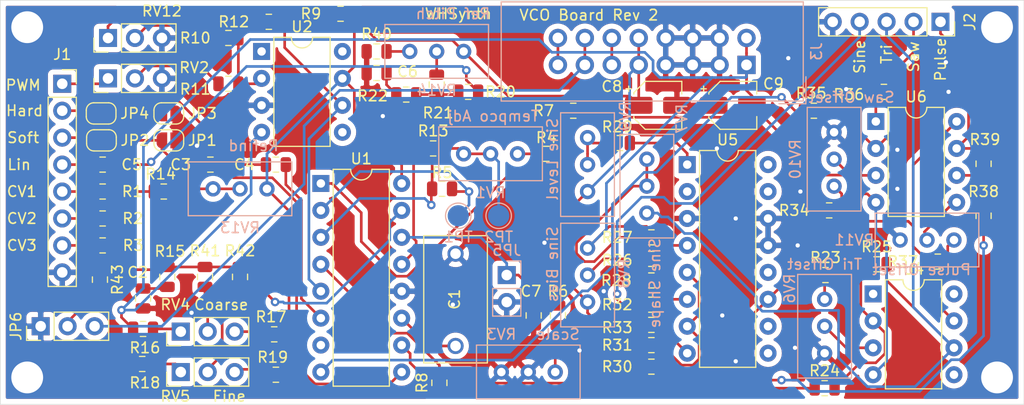
<source format=kicad_pcb>
(kicad_pcb (version 20171130) (host pcbnew "(5.1.2-1)-1")
  (layers (0 F.Cu signal) (31 B.Cu signal) (34 B.Paste user) (35 F.Paste user) (36 B.SilkS user) (37 F.SilkS user) (38 B.Mask user) (39 F.Mask user) (44 Edge.Cuts user))
  (net 0 "")
  (net 1 "Net-(C1-Pad2)")
  (net 2 GNDREF)
  (net 3 "Net-(C2-Pad2)")
  (net 4 "Net-(C3-Pad2)")
  (net 5 "/Input Conditioning/SOFT_SYNC")
  (net 6 "/Input Conditioning/HARD_SYNC")
  (net 7 "Net-(C4-Pad2)")
  (net 8 "/Input Conditioning/LIN_RAW")
  (net 9 "Net-(C5-Pad1)")
  (net 10 "Net-(C6-Pad2)")
  (net 11 "/Input Conditioning/SOFT_SYNC_RAW")
  (net 12 "/Input Conditioning/HARD_SYNC_RAW")
  (net 13 "/Input Conditioning/PWM_RAW")
  (net 14 "/Output Conditioning/PULSE")
  (net 15 "/Output Conditioning/SAW")
  (net 16 "/Output Conditioning/TRI")
  (net 17 "/Output Conditioning/SINE")
  (net 18 "/Input Conditioning/CV")
  (net 19 "Net-(R4-Pad2)")
  (net 20 "Net-(R4-Pad1)")
  (net 21 "Net-(R5-Pad2)")
  (net 22 /Vee)
  (net 23 -12V)
  (net 24 "/Output Conditioning/RAW_PULSE")
  (net 25 +12V)
  (net 26 "Net-(R9-Pad1)")
  (net 27 "Net-(R10-Pad2)")
  (net 28 "Net-(R10-Pad1)")
  (net 29 "Net-(R11-Pad2)")
  (net 30 "/Input Conditioning/PWM")
  (net 31 "Net-(R13-Pad2)")
  (net 32 "Net-(R16-Pad1)")
  (net 33 "Net-(R17-Pad2)")
  (net 34 "Net-(R18-Pad1)")
  (net 35 "Net-(R19-Pad2)")
  (net 36 "/Input Conditioning/LIN")
  (net 37 "Net-(R23-Pad2)")
  (net 38 "Net-(R24-Pad2)")
  (net 39 "/Output Conditioning/RAW_TRI")
  (net 40 "Net-(R26-Pad2)")
  (net 41 "Net-(R26-Pad1)")
  (net 42 "Net-(R27-Pad2)")
  (net 43 "Net-(R29-Pad1)")
  (net 44 "Net-(R29-Pad2)")
  (net 45 "Net-(R30-Pad1)")
  (net 46 "Net-(R32-Pad1)")
  (net 47 "Net-(R34-Pad2)")
  (net 48 "Net-(R35-Pad2)")
  (net 49 "/Output Conditioning/RAW_SAW")
  (net 50 "Net-(R37-Pad2)")
  (net 51 "Net-(R38-Pad2)")
  (net 52 "Net-(RV6-Pad2)")
  (net 53 "Net-(RV10-Pad2)")
  (net 54 "Net-(RV11-Pad2)")
  (net 55 "Net-(J1-Pad5)")
  (net 56 "Net-(J1-Pad6)")
  (net 57 "Net-(J1-Pad7)")
  (net 58 "Net-(C7-Pad2)")
  (net 59 "Net-(R6-Pad1)")
  (net 60 "Net-(R14-Pad1)")
  (net 61 "Net-(R21-Pad2)")
  (net 62 "Net-(R40-Pad2)")
  (net 63 "Net-(R41-Pad2)")
  (net 64 "Net-(R42-Pad2)")
  (net 65 +5V)
  (net 66 /ER_CV)
  (net 67 /ER_GATE)
  (net 68 "Net-(JP6-Pad2)")
  (net 69 "Net-(U1-Pad7)")
  (net 70 "Net-(U2-Pad1)")
  (net 71 "Net-(U2-Pad5)")
  (net 72 "Net-(U2-Pad8)")
  (net 73 "Net-(U4-Pad1)")
  (net 74 "Net-(U4-Pad5)")
  (net 75 "Net-(U4-Pad8)")
  (net 76 "Net-(U5-Pad9)")
  (net 77 "Net-(U5-Pad2)")
  (net 78 "Net-(U5-Pad10)")
  (net 79 "Net-(U5-Pad12)")
  (net 80 "Net-(U5-Pad15)")
  (net 81 "Net-(U5-Pad16)")
  (module AS3340_VCO:Mica_cap (layer F.Cu) (at 182.626 91.694 270)
    (fp_text reference C1 (at 0 0.1 90) (layer F.SilkS))
    (fp_text value 1nF)
    (pad 1 thru_hole circle (at -4.3 0 270) (size 1.524 1.524) (drill 1) (layers *.Cu *.Mask) (net 2 GNDREF))
    (pad 2 thru_hole circle (at 4.4 0 270) (size 1.524 1.524) (drill 1) (layers *.Cu *.Mask) (net 1 "Net-(C1-Pad2)"))
  )
  (module Capacitor_SMD:C_0805_2012Metric (layer F.Cu) (at 153.162 91.6155 90)
    (fp_text reference C2 (at 2.4615 -0.508 180) (layer F.SilkS))
    (fp_text value 10nF)
    (pad 2 smd roundrect (at 0.9375 0 90) (size 0.975 1.4) (layers F.Cu F.Paste F.Mask) (net 3 "Net-(C2-Pad2)"))
    (pad 1 smd roundrect (at -0.9375 0 90) (size 0.975 1.4) (layers F.Cu F.Paste F.Mask) (net 2 GNDREF))
  )
  (module Capacitor_SMD:C_0805_2012Metric (layer F.Cu) (at 159.512 78.994 180)
    (fp_text reference C3 (at 2.794 0) (layer F.SilkS))
    (fp_text value 1nF)
    (pad 2 smd roundrect (at 0.9375 0 180) (size 0.975 1.4) (layers F.Cu F.Paste F.Mask) (net 4 "Net-(C3-Pad2)"))
    (pad 1 smd roundrect (at -0.9375 0 180) (size 0.975 1.4) (layers F.Cu F.Paste F.Mask) (net 5 "/Input Conditioning/SOFT_SYNC"))
  )
  (module Capacitor_SMD:C_0805_2012Metric (layer F.Cu) (at 165.6865 78.994 180)
    (fp_text reference C4 (at 2.9695 0) (layer F.SilkS))
    (fp_text value 1nF)
    (pad 2 smd roundrect (at 0.9375 0 180) (size 0.975 1.4) (layers F.Cu F.Paste F.Mask) (net 7 "Net-(C4-Pad2)"))
    (pad 1 smd roundrect (at -0.9375 0 180) (size 0.975 1.4) (layers F.Cu F.Paste F.Mask) (net 6 "/Input Conditioning/HARD_SYNC"))
  )
  (module Capacitor_SMD:C_0805_2012Metric (layer F.Cu) (at 149.352 78.994 180)
    (fp_text reference C5 (at -2.7455 0) (layer F.SilkS))
    (fp_text value 100nF)
    (pad 2 smd roundrect (at 0.9375 0 180) (size 0.975 1.4) (layers F.Cu F.Paste F.Mask) (net 8 "/Input Conditioning/LIN_RAW"))
    (pad 1 smd roundrect (at -0.9375 0 180) (size 0.975 1.4) (layers F.Cu F.Paste F.Mask) (net 9 "Net-(C5-Pad1)"))
  )
  (module Capacitor_SMD:C_0805_2012Metric (layer F.Cu) (at 175.1815 70.358)
    (fp_text reference C6 (at 2.921 -0.127) (layer F.SilkS))
    (fp_text value 10nF)
    (pad 2 smd roundrect (at 0.9375 0) (size 0.975 1.4) (layers F.Cu F.Paste F.Mask) (net 10 "Net-(C6-Pad2)"))
    (pad 1 smd roundrect (at -0.9375 0) (size 0.975 1.4) (layers F.Cu F.Paste F.Mask) (net 2 GNDREF))
  )
  (module Resistor_SMD:R_0805_2012Metric (layer F.Cu) (at 149.352 81.534 180)
    (fp_text reference R1 (at -2.794 0) (layer F.SilkS))
    (fp_text value "100K 0.05%")
    (pad 2 smd roundrect (at 0.9375 0 180) (size 0.975 1.4) (layers F.Cu F.Paste F.Mask) (net 55 "Net-(J1-Pad5)"))
    (pad 1 smd roundrect (at -0.9375 0 180) (size 0.975 1.4) (layers F.Cu F.Paste F.Mask) (net 18 "/Input Conditioning/CV"))
  )
  (module Resistor_SMD:R_0805_2012Metric (layer F.Cu) (at 149.352 84.074 180)
    (fp_text reference R2 (at -2.8425 0) (layer F.SilkS))
    (fp_text value "100K 0.05%")
    (pad 2 smd roundrect (at 0.9375 0 180) (size 0.975 1.4) (layers F.Cu F.Paste F.Mask) (net 56 "Net-(J1-Pad6)"))
    (pad 1 smd roundrect (at -0.9375 0 180) (size 0.975 1.4) (layers F.Cu F.Paste F.Mask) (net 18 "/Input Conditioning/CV"))
  )
  (module Resistor_SMD:R_0805_2012Metric (layer F.Cu) (at 149.352 86.614 180)
    (fp_text reference R3 (at -2.8725 0) (layer F.SilkS))
    (fp_text value "100K 0.05%")
    (pad 2 smd roundrect (at 0.9375 0 180) (size 0.975 1.4) (layers F.Cu F.Paste F.Mask) (net 57 "Net-(J1-Pad7)"))
    (pad 1 smd roundrect (at -0.9375 0 180) (size 0.975 1.4) (layers F.Cu F.Paste F.Mask) (net 18 "/Input Conditioning/CV"))
  )
  (module Resistor_SMD:R_0805_2012Metric (layer F.Cu) (at 191.1835 77.978)
    (fp_text reference R4 (at 0 -1.524) (layer F.SilkS))
    (fp_text value 18K)
    (pad 2 smd roundrect (at 0.9375 0) (size 0.975 1.4) (layers F.Cu F.Paste F.Mask) (net 19 "Net-(R4-Pad2)"))
    (pad 1 smd roundrect (at -0.9375 0) (size 0.975 1.4) (layers F.Cu F.Paste F.Mask) (net 20 "Net-(R4-Pad1)"))
  )
  (module Resistor_SMD:R_0805_2012Metric (layer F.Cu) (at 181.356 81.28)
    (fp_text reference R5 (at 0 -1.524) (layer F.SilkS))
    (fp_text value 5.6K)
    (pad 2 smd roundrect (at 0.9375 0) (size 0.975 1.4) (layers F.Cu F.Paste F.Mask) (net 21 "Net-(R5-Pad2)"))
    (pad 1 smd roundrect (at -0.9375 0) (size 0.975 1.4) (layers F.Cu F.Paste F.Mask) (net 22 /Vee))
  )
  (module Resistor_SMD:R_0805_2012Metric (layer F.Cu) (at 192.278 93.218 90)
    (fp_text reference R6 (at 2.286 0 180) (layer F.SilkS))
    (fp_text value 470)
    (pad 2 smd roundrect (at 0.9375 0 90) (size 0.975 1.4) (layers F.Cu F.Paste F.Mask) (net 58 "Net-(C7-Pad2)"))
    (pad 1 smd roundrect (at -0.9375 0 90) (size 0.975 1.4) (layers F.Cu F.Paste F.Mask) (net 59 "Net-(R6-Pad1)"))
  )
  (module Resistor_SMD:R_0805_2012Metric (layer F.Cu) (at 193.7235 73.914)
    (fp_text reference R7 (at -2.794 0) (layer F.SilkS))
    (fp_text value 680)
    (pad 2 smd roundrect (at 0.9375 0) (size 0.975 1.4) (layers F.Cu F.Paste F.Mask) (net 23 -12V))
    (pad 1 smd roundrect (at -0.9375 0) (size 0.975 1.4) (layers F.Cu F.Paste F.Mask) (net 22 /Vee))
  )
  (module Resistor_SMD:R_0805_2012Metric (layer F.Cu) (at 181.102 99.568 90)
    (fp_text reference R8 (at 0 -1.65 90) (layer F.SilkS))
    (fp_text value 51K)
    (pad 2 smd roundrect (at 0.9375 0 90) (size 0.975 1.4) (layers F.Cu F.Paste F.Mask) (net 24 "/Output Conditioning/RAW_PULSE"))
    (pad 1 smd roundrect (at -0.9375 0 90) (size 0.975 1.4) (layers F.Cu F.Paste F.Mask) (net 2 GNDREF))
  )
  (module Resistor_SMD:R_0805_2012Metric (layer F.Cu) (at 171.7825 64.77)
    (fp_text reference R9 (at -2.794 0) (layer F.SilkS))
    (fp_text value 200K)
    (pad 2 smd roundrect (at 0.9375 0) (size 0.975 1.4) (layers F.Cu F.Paste F.Mask) (net 25 +12V))
    (pad 1 smd roundrect (at -0.9375 0) (size 0.975 1.4) (layers F.Cu F.Paste F.Mask) (net 26 "Net-(R9-Pad1)"))
  )
  (module Resistor_SMD:R_0805_2012Metric (layer F.Cu) (at 161.2115 67.056 180)
    (fp_text reference R10 (at 3.1265 0) (layer F.SilkS))
    (fp_text value 100K)
    (pad 2 smd roundrect (at 0.9375 0 180) (size 0.975 1.4) (layers F.Cu F.Paste F.Mask) (net 27 "Net-(R10-Pad2)"))
    (pad 1 smd roundrect (at -0.9375 0 180) (size 0.975 1.4) (layers F.Cu F.Paste F.Mask) (net 28 "Net-(R10-Pad1)"))
  )
  (module Resistor_SMD:R_0805_2012Metric (layer F.Cu) (at 161.2115 71.374 180)
    (fp_text reference R11 (at 3.1265 -0.508) (layer F.SilkS))
    (fp_text value 100K)
    (pad 2 smd roundrect (at 0.9375 0 180) (size 0.975 1.4) (layers F.Cu F.Paste F.Mask) (net 29 "Net-(R11-Pad2)"))
    (pad 1 smd roundrect (at -0.9375 0 180) (size 0.975 1.4) (layers F.Cu F.Paste F.Mask) (net 28 "Net-(R10-Pad1)"))
  )
  (module Resistor_SMD:R_0805_2012Metric (layer F.Cu) (at 165.0215 65.532 180)
    (fp_text reference R12 (at 3.302 0) (layer F.SilkS))
    (fp_text value 100K)
    (pad 2 smd roundrect (at 0.9375 0 180) (size 0.975 1.4) (layers F.Cu F.Paste F.Mask) (net 28 "Net-(R10-Pad1)"))
    (pad 1 smd roundrect (at -0.9375 0 180) (size 0.975 1.4) (layers F.Cu F.Paste F.Mask) (net 30 "/Input Conditioning/PWM"))
  )
  (module Resistor_SMD:R_0805_2012Metric (layer F.Cu) (at 155.1155 81.534 180)
    (fp_text reference R14 (at 0.3025 1.651) (layer F.SilkS))
    (fp_text value 200K)
    (pad 2 smd roundrect (at 0.9375 0 180) (size 0.975 1.4) (layers F.Cu F.Paste F.Mask) (net 18 "/Input Conditioning/CV"))
    (pad 1 smd roundrect (at -0.9375 0 180) (size 0.975 1.4) (layers F.Cu F.Paste F.Mask) (net 60 "Net-(R14-Pad1)"))
  )
  (module Resistor_SMD:R_0805_2012Metric (layer F.Cu) (at 155.448 89.5835 90)
    (fp_text reference R15 (at 2.413 0.254 180) (layer F.SilkS))
    (fp_text value 470)
    (pad 2 smd roundrect (at 0.9375 0 90) (size 0.975 1.4) (layers F.Cu F.Paste F.Mask) (net 18 "/Input Conditioning/CV"))
    (pad 1 smd roundrect (at -0.9375 0 90) (size 0.975 1.4) (layers F.Cu F.Paste F.Mask) (net 3 "Net-(C2-Pad2)"))
  )
  (module Resistor_SMD:R_0805_2012Metric (layer F.Cu) (at 153.162 94.488 180)
    (fp_text reference R16 (at -0.1755 -1.778) (layer F.SilkS))
    (fp_text value 200K)
    (pad 2 smd roundrect (at 0.9375 0 180) (size 0.975 1.4) (layers F.Cu F.Paste F.Mask) (net 23 -12V))
    (pad 1 smd roundrect (at -0.9375 0 180) (size 0.975 1.4) (layers F.Cu F.Paste F.Mask) (net 32 "Net-(R16-Pad1)"))
  )
  (module Resistor_SMD:R_0805_2012Metric (layer F.Cu) (at 165.5295 94.996 180)
    (fp_text reference R17 (at 0.3025 1.651) (layer F.SilkS))
    (fp_text value 200K)
    (pad 2 smd roundrect (at 0.9375 0 180) (size 0.975 1.4) (layers F.Cu F.Paste F.Mask) (net 33 "Net-(R17-Pad2)"))
    (pad 1 smd roundrect (at -0.9375 0 180) (size 0.975 1.4) (layers F.Cu F.Paste F.Mask) (net 25 +12V))
  )
  (module Resistor_SMD:R_0805_2012Metric (layer F.Cu) (at 153.0835 97.79 180)
    (fp_text reference R18 (at -0.254 -1.778) (layer F.SilkS))
    (fp_text value 10K)
    (pad 2 smd roundrect (at 0.9375 0 180) (size 0.975 1.4) (layers F.Cu F.Paste F.Mask) (net 23 -12V))
    (pad 1 smd roundrect (at -0.9375 0 180) (size 0.975 1.4) (layers F.Cu F.Paste F.Mask) (net 34 "Net-(R18-Pad1)"))
  )
  (module Resistor_SMD:R_0805_2012Metric (layer F.Cu) (at 165.6865 98.806 180)
    (fp_text reference R19 (at 0.3025 1.651) (layer F.SilkS))
    (fp_text value 47K)
    (pad 2 smd roundrect (at 0.9375 0 180) (size 0.975 1.4) (layers F.Cu F.Paste F.Mask) (net 35 "Net-(R19-Pad2)"))
    (pad 1 smd roundrect (at -0.9375 0 180) (size 0.975 1.4) (layers F.Cu F.Paste F.Mask) (net 25 +12V))
  )
  (module Resistor_SMD:R_0805_2012Metric (layer F.Cu) (at 183.8175 72.136)
    (fp_text reference R20 (at 3.048 0) (layer F.SilkS))
    (fp_text value 1M)
    (pad 2 smd roundrect (at 0.9375 0) (size 0.975 1.4) (layers F.Cu F.Paste F.Mask) (net 9 "Net-(C5-Pad1)"))
    (pad 1 smd roundrect (at -0.9375 0) (size 0.975 1.4) (layers F.Cu F.Paste F.Mask) (net 36 "/Input Conditioning/LIN"))
  )
  (module Resistor_SMD:R_0805_2012Metric (layer F.Cu) (at 180.848 71.4525 90)
    (fp_text reference R21 (at -2.667 0.127 180) (layer F.SilkS))
    (fp_text value 1.2M)
    (pad 2 smd roundrect (at 0.9375 0 90) (size 0.975 1.4) (layers F.Cu F.Paste F.Mask) (net 61 "Net-(R21-Pad2)"))
    (pad 1 smd roundrect (at -0.9375 0 90) (size 0.975 1.4) (layers F.Cu F.Paste F.Mask) (net 36 "/Input Conditioning/LIN"))
  )
  (module Resistor_SMD:R_0805_2012Metric (layer F.Cu) (at 177.9755 72.39)
    (fp_text reference R22 (at -3.175 0.127) (layer F.SilkS))
    (fp_text value 470)
    (pad 2 smd roundrect (at 0.9375 0) (size 0.975 1.4) (layers F.Cu F.Paste F.Mask) (net 36 "/Input Conditioning/LIN"))
    (pad 1 smd roundrect (at -0.9375 0) (size 0.975 1.4) (layers F.Cu F.Paste F.Mask) (net 10 "Net-(C6-Pad2)"))
  )
  (module Resistor_SMD:R_0805_2012Metric (layer F.Cu) (at 217.5025 89.408)
    (fp_text reference R23 (at 0 -1.65) (layer F.SilkS))
    (fp_text value 100K)
    (pad 2 smd roundrect (at 0.9375 0) (size 0.975 1.4) (layers F.Cu F.Paste F.Mask) (net 37 "Net-(R23-Pad2)"))
    (pad 1 smd roundrect (at -0.9375 0) (size 0.975 1.4) (layers F.Cu F.Paste F.Mask) (net 25 +12V))
  )
  (module Resistor_SMD:R_0805_2012Metric (layer F.Cu) (at 217.424 100.076)
    (fp_text reference R24 (at 0 -1.65) (layer F.SilkS))
    (fp_text value 10K)
    (pad 2 smd roundrect (at 0.9375 0) (size 0.975 1.4) (layers F.Cu F.Paste F.Mask) (net 38 "Net-(R24-Pad2)"))
    (pad 1 smd roundrect (at -0.9375 0) (size 0.975 1.4) (layers F.Cu F.Paste F.Mask) (net 39 "/Output Conditioning/RAW_TRI"))
  )
  (module Resistor_SMD:R_0805_2012Metric (layer F.Cu) (at 222.3285 88.392)
    (fp_text reference R25 (at 0 -1.65) (layer F.SilkS))
    (fp_text value 10K)
    (pad 2 smd roundrect (at 0.9375 0) (size 0.975 1.4) (layers F.Cu F.Paste F.Mask) (net 16 "/Output Conditioning/TRI"))
    (pad 1 smd roundrect (at -0.9375 0) (size 0.975 1.4) (layers F.Cu F.Paste F.Mask) (net 38 "Net-(R24-Pad2)"))
  )
  (module Resistor_SMD:R_0805_2012Metric (layer F.Cu) (at 201.0895 87.884)
    (fp_text reference R26 (at -3.2235 0.127) (layer F.SilkS))
    (fp_text value 470K)
    (pad 2 smd roundrect (at 0.9375 0) (size 0.975 1.4) (layers F.Cu F.Paste F.Mask) (net 40 "Net-(R26-Pad2)"))
    (pad 1 smd roundrect (at -0.9375 0) (size 0.975 1.4) (layers F.Cu F.Paste F.Mask) (net 41 "Net-(R26-Pad1)"))
  )
  (module Resistor_SMD:R_0805_2012Metric (layer F.Cu) (at 201.0895 85.852 180)
    (fp_text reference R27 (at 3.2235 0) (layer F.SilkS))
    (fp_text value 20K)
    (pad 2 smd roundrect (at 0.9375 0 180) (size 0.975 1.4) (layers F.Cu F.Paste F.Mask) (net 42 "Net-(R27-Pad2)"))
    (pad 1 smd roundrect (at -0.9375 0 180) (size 0.975 1.4) (layers F.Cu F.Paste F.Mask) (net 40 "Net-(R26-Pad2)"))
  )
  (module Resistor_SMD:R_0805_2012Metric (layer F.Cu) (at 201.0895 89.916 180)
    (fp_text reference R28 (at 3.302 0) (layer F.SilkS))
    (fp_text value 1K)
    (pad 2 smd roundrect (at 0.9375 0 180) (size 0.975 1.4) (layers F.Cu F.Paste F.Mask) (net 2 GNDREF))
    (pad 1 smd roundrect (at -0.9375 0 180) (size 0.975 1.4) (layers F.Cu F.Paste F.Mask) (net 40 "Net-(R26-Pad2)"))
  )
  (module Resistor_SMD:R_0805_2012Metric (layer F.Cu) (at 198.12 76.962 180)
    (fp_text reference R29 (at 0.254 1.524) (layer F.SilkS))
    (fp_text value 100K)
    (pad 2 smd roundrect (at 0.9375 0 180) (size 0.975 1.4) (layers F.Cu F.Paste F.Mask) (net 44 "Net-(R29-Pad2)"))
    (pad 1 smd roundrect (at -0.9375 0 180) (size 0.975 1.4) (layers F.Cu F.Paste F.Mask) (net 43 "Net-(R29-Pad1)"))
  )
  (module Resistor_SMD:R_0805_2012Metric (layer F.Cu) (at 201.0895 98.044 180)
    (fp_text reference R30 (at 3.2235 0) (layer F.SilkS))
    (fp_text value 130K)
    (pad 2 smd roundrect (at 0.9375 0 180) (size 0.975 1.4) (layers F.Cu F.Paste F.Mask) (net 2 GNDREF))
    (pad 1 smd roundrect (at -0.9375 0 180) (size 0.975 1.4) (layers F.Cu F.Paste F.Mask) (net 45 "Net-(R30-Pad1)"))
  )
  (module Resistor_SMD:R_0805_2012Metric (layer F.Cu) (at 201.0895 96.012)
    (fp_text reference R31 (at -3.2235 0) (layer F.SilkS))
    (fp_text value 1M)
    (pad 2 smd roundrect (at 0.9375 0) (size 0.975 1.4) (layers F.Cu F.Paste F.Mask) (net 45 "Net-(R30-Pad1)"))
    (pad 1 smd roundrect (at -0.9375 0) (size 0.975 1.4) (layers F.Cu F.Paste F.Mask) (net 25 +12V))
  )
  (module Resistor_SMD:R_0805_2012Metric (layer F.Cu) (at 201.0895 92.202 180)
    (fp_text reference R32 (at 3.2235 0) (layer F.SilkS))
    (fp_text value 4.7K)
    (pad 2 smd roundrect (at 0.9375 0 180) (size 0.975 1.4) (layers F.Cu F.Paste F.Mask) (net 23 -12V))
    (pad 1 smd roundrect (at -0.9375 0 180) (size 0.975 1.4) (layers F.Cu F.Paste F.Mask) (net 46 "Net-(R32-Pad1)"))
  )
  (module Resistor_SMD:R_0805_2012Metric (layer F.Cu) (at 201.0895 94.107 180)
    (fp_text reference R33 (at 3.2235 -0.254) (layer F.SilkS))
    (fp_text value 1K)
    (pad 2 smd roundrect (at 0.9375 0 180) (size 0.975 1.4) (layers F.Cu F.Paste F.Mask) (net 17 "/Output Conditioning/SINE"))
    (pad 1 smd roundrect (at -0.9375 0 180) (size 0.975 1.4) (layers F.Cu F.Paste F.Mask) (net 46 "Net-(R32-Pad1)"))
  )
  (module Resistor_SMD:R_0805_2012Metric (layer F.Cu) (at 217.8535 83.312)
    (fp_text reference R34 (at -3.302 0) (layer F.SilkS))
    (fp_text value 100K)
    (pad 2 smd roundrect (at 0.9375 0) (size 0.975 1.4) (layers F.Cu F.Paste F.Mask) (net 47 "Net-(R34-Pad2)"))
    (pad 1 smd roundrect (at -0.9375 0) (size 0.975 1.4) (layers F.Cu F.Paste F.Mask) (net 25 +12V))
  )
  (module Resistor_SMD:R_0805_2012Metric (layer F.Cu) (at 216.408 73.914)
    (fp_text reference R35 (at -0.254 -1.651) (layer F.SilkS))
    (fp_text value 20K)
    (pad 2 smd roundrect (at 0.9375 0) (size 0.975 1.4) (layers F.Cu F.Paste F.Mask) (net 48 "Net-(R35-Pad2)"))
    (pad 1 smd roundrect (at -0.9375 0) (size 0.975 1.4) (layers F.Cu F.Paste F.Mask) (net 49 "/Output Conditioning/RAW_SAW"))
  )
  (module Resistor_SMD:R_0805_2012Metric (layer F.Cu) (at 223.012 72.136 180)
    (fp_text reference R36 (at 3.302 -0.254) (layer F.SilkS))
    (fp_text value 10K)
    (pad 2 smd roundrect (at 0.9375 0 180) (size 0.975 1.4) (layers F.Cu F.Paste F.Mask) (net 15 "/Output Conditioning/SAW"))
    (pad 1 smd roundrect (at -0.9375 0 180) (size 0.975 1.4) (layers F.Cu F.Paste F.Mask) (net 48 "Net-(R35-Pad2)"))
  )
  (module Resistor_SMD:R_0805_2012Metric (layer F.Cu) (at 228.092 88.138)
    (fp_text reference R37 (at -3.302 0) (layer F.SilkS))
    (fp_text value 100K)
    (pad 2 smd roundrect (at 0.9375 0) (size 0.975 1.4) (layers F.Cu F.Paste F.Mask) (net 50 "Net-(R37-Pad2)"))
    (pad 1 smd roundrect (at -0.9375 0) (size 0.975 1.4) (layers F.Cu F.Paste F.Mask) (net 25 +12V))
  )
  (module Resistor_SMD:R_0805_2012Metric (layer F.Cu) (at 232.41 83.82 90)
    (fp_text reference R38 (at 2.286 0 180) (layer F.SilkS))
    (fp_text value 24K)
    (pad 2 smd roundrect (at 0.9375 0 90) (size 0.975 1.4) (layers F.Cu F.Paste F.Mask) (net 51 "Net-(R38-Pad2)"))
    (pad 1 smd roundrect (at -0.9375 0 90) (size 0.975 1.4) (layers F.Cu F.Paste F.Mask) (net 24 "/Output Conditioning/RAW_PULSE"))
  )
  (module Resistor_SMD:R_0805_2012Metric (layer F.Cu) (at 232.41 78.9155 90)
    (fp_text reference R39 (at 2.286 0.127 180) (layer F.SilkS))
    (fp_text value 9.1K)
    (pad 2 smd roundrect (at 0.9375 0 90) (size 0.975 1.4) (layers F.Cu F.Paste F.Mask) (net 14 "/Output Conditioning/PULSE"))
    (pad 1 smd roundrect (at -0.9375 0 90) (size 0.975 1.4) (layers F.Cu F.Paste F.Mask) (net 51 "Net-(R38-Pad2)"))
  )
  (module Connector_PinHeader_2.54mm:PinHeader_1x03_P2.54mm_Vertical (layer F.Cu) (at 149.86 70.866 90)
    (fp_text reference RV2 (at 1.016 8.128 180) (layer F.SilkS))
    (fp_text value 100K)
    (pad 3 thru_hole oval (at 0 5.08 90) (size 1.7 1.7) (drill 1) (layers *.Cu *.Mask) (net 2 GNDREF))
    (pad 2 thru_hole oval (at 0 2.54 90) (size 1.7 1.7) (drill 1) (layers *.Cu *.Mask) (net 29 "Net-(R11-Pad2)"))
    (pad 1 thru_hole rect (at 0 0 90) (size 1.7 1.7) (drill 1) (layers *.Cu *.Mask) (net 13 "/Input Conditioning/PWM_RAW"))
  )
  (module Connector_PinHeader_2.54mm:PinHeader_1x03_P2.54mm_Vertical (layer F.Cu) (at 156.718 94.742 90)
    (fp_text reference RV4 (at 2.54 -0.508 180) (layer F.SilkS))
    (fp_text value 100K)
    (pad 3 thru_hole oval (at 0 5.08 90) (size 1.7 1.7) (drill 1) (layers *.Cu *.Mask) (net 33 "Net-(R17-Pad2)"))
    (pad 2 thru_hole oval (at 0 2.54 90) (size 1.7 1.7) (drill 1) (layers *.Cu *.Mask) (net 63 "Net-(R41-Pad2)"))
    (pad 1 thru_hole rect (at 0 0 90) (size 1.7 1.7) (drill 1) (layers *.Cu *.Mask) (net 32 "Net-(R16-Pad1)"))
  )
  (module Connector_PinHeader_2.54mm:PinHeader_1x03_P2.54mm_Vertical (layer F.Cu) (at 156.718 98.552 90)
    (fp_text reference RV5 (at -2.286 -0.508 180) (layer F.SilkS))
    (fp_text value 100K)
    (pad 3 thru_hole oval (at 0 5.08 90) (size 1.7 1.7) (drill 1) (layers *.Cu *.Mask) (net 35 "Net-(R19-Pad2)"))
    (pad 2 thru_hole oval (at 0 2.54 90) (size 1.7 1.7) (drill 1) (layers *.Cu *.Mask) (net 64 "Net-(R42-Pad2)"))
    (pad 1 thru_hole rect (at 0 0 90) (size 1.7 1.7) (drill 1) (layers *.Cu *.Mask) (net 34 "Net-(R18-Pad1)"))
  )
  (module Connector_PinHeader_2.54mm:PinHeader_1x03_P2.54mm_Vertical (layer F.Cu) (at 149.86 67.056 90)
    (fp_text reference RV12 (at 2.54 5.08 180) (layer F.SilkS))
    (fp_text value 100K)
    (pad 3 thru_hole oval (at 0 5.08 90) (size 1.7 1.7) (drill 1) (layers *.Cu *.Mask) (net 2 GNDREF))
    (pad 2 thru_hole oval (at 0 2.54 90) (size 1.7 1.7) (drill 1) (layers *.Cu *.Mask) (net 27 "Net-(R10-Pad2)"))
    (pad 1 thru_hole rect (at 0 0 90) (size 1.7 1.7) (drill 1) (layers *.Cu *.Mask) (net 26 "Net-(R9-Pad1)"))
  )
  (module Jumper:SolderJumper-2_P1.3mm_Open_RoundedPad1.0x1.5mm (layer F.Cu) (at 155.59 76.708 180)
    (fp_text reference JP1 (at -3.16 0) (layer F.SilkS))
    (fp_text value Soft_Sync_Bypass)
    (pad 2 smd custom (at 0.65 0 180) (size 1 0.5) (layers F.Cu F.Mask) (net 4 "Net-(C3-Pad2)") (options (clearance outline) (anchor rect)) (primitives (gr_circle (center 0 0.25) (end 0.5 0.25) (width 0)) (gr_circle (center 0 -0.25) (end 0.5 -0.25) (width 0)) (gr_poly (pts (xy 0 -0.75) (xy -0.5 -0.75) (xy -0.5 0.75) (xy 0 0.75)) (width 0))))
    (pad 1 smd custom (at -0.65 0 180) (size 1 0.5) (layers F.Cu F.Mask) (net 2 GNDREF) (options (clearance outline) (anchor rect)) (primitives (gr_circle (center 0 0.25) (end 0.5 0.25) (width 0)) (gr_circle (center 0 -0.25) (end 0.5 -0.25) (width 0)) (gr_poly (pts (xy 0 -0.75) (xy 0.5 -0.75) (xy 0.5 0.75) (xy 0 0.75)) (width 0))))
  )
  (module Jumper:SolderJumper-2_P1.3mm_Open_RoundedPad1.0x1.5mm (layer F.Cu) (at 155.59 74.168 180)
    (fp_text reference JP3 (at -3.175 0) (layer F.SilkS))
    (fp_text value Hard_Sync_Bypass)
    (pad 2 smd custom (at 0.65 0 180) (size 1 0.5) (layers F.Cu F.Mask) (net 7 "Net-(C4-Pad2)") (options (clearance outline) (anchor rect)) (primitives (gr_circle (center 0 0.25) (end 0.5 0.25) (width 0)) (gr_circle (center 0 -0.25) (end 0.5 -0.25) (width 0)) (gr_poly (pts (xy 0 -0.75) (xy -0.5 -0.75) (xy -0.5 0.75) (xy 0 0.75)) (width 0))))
    (pad 1 smd custom (at -0.65 0 180) (size 1 0.5) (layers F.Cu F.Mask) (net 2 GNDREF) (options (clearance outline) (anchor rect)) (primitives (gr_circle (center 0 0.25) (end 0.5 0.25) (width 0)) (gr_circle (center 0 -0.25) (end 0.5 -0.25) (width 0)) (gr_poly (pts (xy 0 -0.75) (xy 0.5 -0.75) (xy 0.5 0.75) (xy 0 0.75)) (width 0))))
  )
  (module Jumper:SolderJumper-2_P1.3mm_Open_RoundedPad1.0x1.5mm (layer F.Cu) (at 149.24 76.708)
    (fp_text reference JP2 (at 3.16 0) (layer F.SilkS))
    (fp_text value Soft_Sync)
    (pad 2 smd custom (at 0.65 0) (size 1 0.5) (layers F.Cu F.Mask) (net 4 "Net-(C3-Pad2)") (options (clearance outline) (anchor rect)) (primitives (gr_circle (center 0 0.25) (end 0.5 0.25) (width 0)) (gr_circle (center 0 -0.25) (end 0.5 -0.25) (width 0)) (gr_poly (pts (xy 0 -0.75) (xy -0.5 -0.75) (xy -0.5 0.75) (xy 0 0.75)) (width 0))))
    (pad 1 smd custom (at -0.65 0) (size 1 0.5) (layers F.Cu F.Mask) (net 11 "/Input Conditioning/SOFT_SYNC_RAW") (options (clearance outline) (anchor rect)) (primitives (gr_circle (center 0 0.25) (end 0.5 0.25) (width 0)) (gr_circle (center 0 -0.25) (end 0.5 -0.25) (width 0)) (gr_poly (pts (xy 0 -0.75) (xy 0.5 -0.75) (xy 0.5 0.75) (xy 0 0.75)) (width 0))))
  )
  (module Jumper:SolderJumper-2_P1.3mm_Open_RoundedPad1.0x1.5mm (layer F.Cu) (at 149.21 74.168)
    (fp_text reference JP4 (at 3.16 0) (layer F.SilkS))
    (fp_text value Hard_Sync)
    (pad 1 smd custom (at -0.65 0) (size 1 0.5) (layers F.Cu F.Mask) (net 12 "/Input Conditioning/HARD_SYNC_RAW") (options (clearance outline) (anchor rect)) (primitives (gr_circle (center 0 0.25) (end 0.5 0.25) (width 0)) (gr_circle (center 0 -0.25) (end 0.5 -0.25) (width 0)) (gr_poly (pts (xy 0 -0.75) (xy 0.5 -0.75) (xy 0.5 0.75) (xy 0 0.75)) (width 0))))
    (pad 2 smd custom (at 0.65 0) (size 1 0.5) (layers F.Cu F.Mask) (net 7 "Net-(C4-Pad2)") (options (clearance outline) (anchor rect)) (primitives (gr_circle (center 0 0.25) (end 0.5 0.25) (width 0)) (gr_circle (center 0 -0.25) (end 0.5 -0.25) (width 0)) (gr_poly (pts (xy 0 -0.75) (xy -0.5 -0.75) (xy -0.5 0.75) (xy 0 0.75)) (width 0))))
  )
  (module Connector_PinSocket_2.54mm:PinSocket_1x08_P2.54mm_Vertical (layer F.Cu) (at 145.542 71.374)
    (fp_text reference J1 (at 0 -2.77) (layer F.SilkS))
    (fp_text value CV_In)
    (pad 1 thru_hole rect (at 0 0) (size 1.7 1.7) (drill 1) (layers *.Cu *.Mask) (net 13 "/Input Conditioning/PWM_RAW"))
    (pad 2 thru_hole oval (at 0 2.54) (size 1.7 1.7) (drill 1) (layers *.Cu *.Mask) (net 12 "/Input Conditioning/HARD_SYNC_RAW"))
    (pad 3 thru_hole oval (at 0 5.08) (size 1.7 1.7) (drill 1) (layers *.Cu *.Mask) (net 11 "/Input Conditioning/SOFT_SYNC_RAW"))
    (pad 4 thru_hole oval (at 0 7.62) (size 1.7 1.7) (drill 1) (layers *.Cu *.Mask) (net 8 "/Input Conditioning/LIN_RAW"))
    (pad 5 thru_hole oval (at 0 10.16) (size 1.7 1.7) (drill 1) (layers *.Cu *.Mask) (net 55 "Net-(J1-Pad5)"))
    (pad 6 thru_hole oval (at 0 12.7) (size 1.7 1.7) (drill 1) (layers *.Cu *.Mask) (net 56 "Net-(J1-Pad6)"))
    (pad 7 thru_hole oval (at 0 15.24) (size 1.7 1.7) (drill 1) (layers *.Cu *.Mask) (net 57 "Net-(J1-Pad7)"))
    (pad 8 thru_hole oval (at 0 17.78) (size 1.7 1.7) (drill 1) (layers *.Cu *.Mask) (net 2 GNDREF))
  )
  (module Connector_PinSocket_2.54mm:PinSocket_1x05_P2.54mm_Vertical (layer F.Cu) (at 228.346 65.532 270)
    (fp_text reference J2 (at 0 -2.77 90) (layer F.SilkS))
    (fp_text value Waveform_Out)
    (pad 1 thru_hole rect (at 0 0 270) (size 1.7 1.7) (drill 1) (layers *.Cu *.Mask) (net 14 "/Output Conditioning/PULSE"))
    (pad 2 thru_hole oval (at 0 2.54 270) (size 1.7 1.7) (drill 1) (layers *.Cu *.Mask) (net 15 "/Output Conditioning/SAW"))
    (pad 3 thru_hole oval (at 0 5.08 270) (size 1.7 1.7) (drill 1) (layers *.Cu *.Mask) (net 16 "/Output Conditioning/TRI"))
    (pad 4 thru_hole oval (at 0 7.62 270) (size 1.7 1.7) (drill 1) (layers *.Cu *.Mask) (net 17 "/Output Conditioning/SINE"))
    (pad 5 thru_hole oval (at 0 10.16 270) (size 1.7 1.7) (drill 1) (layers *.Cu *.Mask) (net 2 GNDREF))
  )
  (module Potentiometer_THT:Potentiometer_Bourns_3296W_Vertical (layer B.Cu) (at 188.468 77.978)
    (fp_text reference RV1 (at -2.54 3.66) (layer B.SilkS) (effects (justify mirror)))
    (fp_text value 5K)
    (pad 3 thru_hole circle (at -5.08 0) (size 1.44 1.44) (drill 0.8) (layers *.Cu *.Mask) (net 31 "Net-(R13-Pad2)"))
    (pad 2 thru_hole circle (at -2.54 0) (size 1.44 1.44) (drill 0.8) (layers *.Cu *.Mask) (net 31 "Net-(R13-Pad2)"))
    (pad 1 thru_hole circle (at 0 0) (size 1.44 1.44) (drill 0.8) (layers *.Cu *.Mask) (net 20 "Net-(R4-Pad1)"))
  )
  (module Potentiometer_THT:Potentiometer_Bourns_3296W_Vertical (layer B.Cu) (at 217.424 91.694 90)
    (fp_text reference RV6 (at 1.016 -3.302 90) (layer B.SilkS) (effects (justify mirror)))
    (fp_text value 20K)
    (pad 3 thru_hole circle (at -5.08 0 90) (size 1.44 1.44) (drill 0.8) (layers *.Cu *.Mask) (net 2 GNDREF))
    (pad 2 thru_hole circle (at -2.54 0 90) (size 1.44 1.44) (drill 0.8) (layers *.Cu *.Mask) (net 52 "Net-(RV6-Pad2)"))
    (pad 1 thru_hole circle (at 0 0 90) (size 1.44 1.44) (drill 0.8) (layers *.Cu *.Mask) (net 37 "Net-(R23-Pad2)"))
  )
  (module Potentiometer_THT:Potentiometer_Bourns_3296W_Vertical (layer B.Cu) (at 200.66 83.566 270)
    (fp_text reference RV7 (at -8.89 -3.302 90) (layer B.SilkS) (effects (justify mirror)))
    (fp_text value 100K)
    (pad 1 thru_hole circle (at 0 0 270) (size 1.44 1.44) (drill 0.8) (layers *.Cu *.Mask) (net 16 "/Output Conditioning/TRI"))
    (pad 2 thru_hole circle (at -2.54 0 270) (size 1.44 1.44) (drill 0.8) (layers *.Cu *.Mask) (net 42 "Net-(R27-Pad2)"))
    (pad 3 thru_hole circle (at -5.08 0 270) (size 1.44 1.44) (drill 0.8) (layers *.Cu *.Mask) (net 42 "Net-(R27-Pad2)"))
  )
  (module Potentiometer_THT:Potentiometer_Bourns_3296W_Vertical (layer B.Cu) (at 195.072 91.948 270)
    (fp_text reference RV8 (at -2.667 -3.429 90) (layer B.SilkS) (effects (justify mirror)))
    (fp_text value 100K)
    (pad 1 thru_hole circle (at 0 0 270) (size 1.44 1.44) (drill 0.8) (layers *.Cu *.Mask) (net 25 +12V))
    (pad 2 thru_hole circle (at -2.54 0 270) (size 1.44 1.44) (drill 0.8) (layers *.Cu *.Mask) (net 41 "Net-(R26-Pad1)"))
    (pad 3 thru_hole circle (at -5.08 0 270) (size 1.44 1.44) (drill 0.8) (layers *.Cu *.Mask) (net 23 -12V))
  )
  (module Potentiometer_THT:Potentiometer_Bourns_3296W_Vertical (layer B.Cu) (at 195.072 76.454 90)
    (fp_text reference RV9 (at 2.032 3.556 90) (layer B.SilkS) (effects (justify mirror)))
    (fp_text value 1M)
    (pad 3 thru_hole circle (at -5.08 0 90) (size 1.44 1.44) (drill 0.8) (layers *.Cu *.Mask) (net 25 +12V))
    (pad 2 thru_hole circle (at -2.54 0 90) (size 1.44 1.44) (drill 0.8) (layers *.Cu *.Mask) (net 44 "Net-(R29-Pad2)"))
    (pad 1 thru_hole circle (at 0 0 90) (size 1.44 1.44) (drill 0.8) (layers *.Cu *.Mask) (net 44 "Net-(R29-Pad2)"))
  )
  (module Potentiometer_THT:Potentiometer_Bourns_3296W_Vertical (layer B.Cu) (at 218.313 81.026 270)
    (fp_text reference RV10 (at -2.54 3.66 90) (layer B.SilkS) (effects (justify mirror)))
    (fp_text value 20K)
    (pad 3 thru_hole circle (at -5.08 0 270) (size 1.44 1.44) (drill 0.8) (layers *.Cu *.Mask) (net 2 GNDREF))
    (pad 2 thru_hole circle (at -2.54 0 270) (size 1.44 1.44) (drill 0.8) (layers *.Cu *.Mask) (net 53 "Net-(RV10-Pad2)"))
    (pad 1 thru_hole circle (at 0 0 270) (size 1.44 1.44) (drill 0.8) (layers *.Cu *.Mask) (net 47 "Net-(R34-Pad2)"))
  )
  (module Potentiometer_THT:Potentiometer_Bourns_3296W_Vertical (layer B.Cu) (at 229.616 86.106)
    (fp_text reference RV11 (at -9.398 0) (layer B.SilkS) (effects (justify mirror)))
    (fp_text value 20K)
    (pad 1 thru_hole circle (at 0 0) (size 1.44 1.44) (drill 0.8) (layers *.Cu *.Mask) (net 50 "Net-(R37-Pad2)"))
    (pad 2 thru_hole circle (at -2.54 0) (size 1.44 1.44) (drill 0.8) (layers *.Cu *.Mask) (net 54 "Net-(RV11-Pad2)"))
    (pad 3 thru_hole circle (at -5.08 0) (size 1.44 1.44) (drill 0.8) (layers *.Cu *.Mask) (net 2 GNDREF))
  )
  (module Capacitor_SMD:C_0805_2012Metric (layer F.Cu) (at 189.992 93.218 90)
    (fp_text reference C7 (at 2.286 -0.254 180) (layer F.SilkS))
    (fp_text value 560pF)
    (pad 1 smd roundrect (at -0.9375 0 90) (size 0.975 1.4) (layers F.Cu F.Paste F.Mask) (net 2 GNDREF))
    (pad 2 smd roundrect (at 0.9375 0 90) (size 0.975 1.4) (layers F.Cu F.Paste F.Mask) (net 58 "Net-(C7-Pad2)"))
  )
  (module Connector_PinHeader_2.54mm:PinHeader_1x02_P2.54mm_Vertical (layer B.Cu) (at 187.452 89.408 180)
    (fp_text reference JP5 (at 0 2.33) (layer B.SilkS) (effects (justify mirror)))
    (fp_text value Jumper)
    (pad 1 thru_hole rect (at 0 0 180) (size 1.7 1.7) (drill 1) (layers *.Cu *.Mask) (net 58 "Net-(C7-Pad2)"))
    (pad 2 thru_hole oval (at 0 -2.54 180) (size 1.7 1.7) (drill 1) (layers *.Cu *.Mask) (net 2 GNDREF))
  )
  (module Resistor_SMD:R_0805_2012Metric (layer F.Cu) (at 180.5155 77.47)
    (fp_text reference R13 (at 0 -1.65) (layer F.SilkS))
    (fp_text value 5.6K)
    (pad 2 smd roundrect (at 0.9375 0) (size 0.975 1.4) (layers F.Cu F.Paste F.Mask) (net 31 "Net-(R13-Pad2)"))
    (pad 1 smd roundrect (at -0.9375 0) (size 0.975 1.4) (layers F.Cu F.Paste F.Mask) (net 22 /Vee))
  )
  (module Resistor_SMD:R_0805_2012Metric (layer F.Cu) (at 175.1815 68.326)
    (fp_text reference R40 (at 0 -1.65) (layer F.SilkS))
    (fp_text value 47K)
    (pad 1 smd roundrect (at -0.9375 0) (size 0.975 1.4) (layers F.Cu F.Paste F.Mask) (net 2 GNDREF))
    (pad 2 smd roundrect (at 0.9375 0) (size 0.975 1.4) (layers F.Cu F.Paste F.Mask) (net 62 "Net-(R40-Pad2)"))
  )
  (module Resistor_SMD:R_0805_2012Metric (layer F.Cu) (at 159.004 89.5835 270)
    (fp_text reference R41 (at -2.4615 0 180) (layer F.SilkS))
    (fp_text value 100K)
    (pad 1 smd roundrect (at -0.9375 0 270) (size 0.975 1.4) (layers F.Cu F.Paste F.Mask) (net 18 "/Input Conditioning/CV"))
    (pad 2 smd roundrect (at 0.9375 0 270) (size 0.975 1.4) (layers F.Cu F.Paste F.Mask) (net 63 "Net-(R41-Pad2)"))
  )
  (module Resistor_SMD:R_0805_2012Metric (layer F.Cu) (at 162.306 89.5835 270)
    (fp_text reference R42 (at -2.4615 0 180) (layer F.SilkS))
    (fp_text value 1M)
    (pad 2 smd roundrect (at 0.9375 0 270) (size 0.975 1.4) (layers F.Cu F.Paste F.Mask) (net 64 "Net-(R42-Pad2)"))
    (pad 1 smd roundrect (at -0.9375 0 270) (size 0.975 1.4) (layers F.Cu F.Paste F.Mask) (net 18 "/Input Conditioning/CV"))
  )
  (module Potentiometer_THT:Potentiometer_Bourns_3296W_Vertical (layer B.Cu) (at 192.024 98.552)
    (fp_text reference RV3 (at -5.08 -3.556) (layer B.SilkS) (effects (justify mirror)))
    (fp_text value 1K)
    (pad 1 thru_hole circle (at 0 0) (size 1.44 1.44) (drill 0.8) (layers *.Cu *.Mask) (net 59 "Net-(R6-Pad1)"))
    (pad 2 thru_hole circle (at -2.54 0) (size 1.44 1.44) (drill 0.8) (layers *.Cu *.Mask) (net 2 GNDREF))
    (pad 3 thru_hole circle (at -5.08 0) (size 1.44 1.44) (drill 0.8) (layers *.Cu *.Mask) (net 2 GNDREF))
  )
  (module Potentiometer_THT:Potentiometer_Bourns_3296W_Vertical (layer B.Cu) (at 164.846 81.28)
    (fp_text reference RV13 (at -2.54 3.66) (layer B.SilkS) (effects (justify mirror)))
    (fp_text value 100K)
    (pad 3 thru_hole circle (at -5.08 0) (size 1.44 1.44) (drill 0.8) (layers *.Cu *.Mask) (net 60 "Net-(R14-Pad1)"))
    (pad 2 thru_hole circle (at -2.54 0) (size 1.44 1.44) (drill 0.8) (layers *.Cu *.Mask) (net 60 "Net-(R14-Pad1)"))
    (pad 1 thru_hole circle (at 0 0) (size 1.44 1.44) (drill 0.8) (layers *.Cu *.Mask) (net 25 +12V))
  )
  (module Potentiometer_THT:Potentiometer_Bourns_3296W_Vertical (layer B.Cu) (at 183.388 68.326)
    (fp_text reference RV14 (at -2.54 3.66) (layer B.SilkS) (effects (justify mirror)))
    (fp_text value 10K)
    (pad 1 thru_hole circle (at 0 0) (size 1.44 1.44) (drill 0.8) (layers *.Cu *.Mask) (net 25 +12V))
    (pad 2 thru_hole circle (at -2.54 0) (size 1.44 1.44) (drill 0.8) (layers *.Cu *.Mask) (net 61 "Net-(R21-Pad2)"))
    (pad 3 thru_hole circle (at -5.08 0) (size 1.44 1.44) (drill 0.8) (layers *.Cu *.Mask) (net 62 "Net-(R40-Pad2)"))
  )
  (module TestPoint:TestPoint_Pad_D2.0mm (layer B.Cu) (at 182.88 83.82)
    (fp_text reference TP1 (at 0 1.998) (layer B.SilkS) (effects (justify mirror)))
    (fp_text value TestPoint)
    (pad 1 smd circle (at 0 0) (size 2 2) (layers B.Cu B.Mask) (net 21 "Net-(R5-Pad2)"))
  )
  (module TestPoint:TestPoint_Pad_D2.0mm (layer B.Cu) (at 186.69 83.82)
    (fp_text reference TP2 (at 0 1.998) (layer B.SilkS) (effects (justify mirror)))
    (fp_text value TestPoint)
    (pad 1 smd circle (at 0 0) (size 2 2) (layers B.Cu B.Mask) (net 31 "Net-(R13-Pad2)"))
  )
  (module Connector_IDC:IDC-Header_2x08_P2.54mm_Vertical (layer B.Cu) (at 210.058 69.596 90)
    (fp_text reference J3 (at 1.27 6.604 90) (layer B.SilkS) (effects (justify mirror)))
    (fp_text value Power)
    (pad 1 thru_hole rect (at 0 0 90) (size 1.7272 1.7272) (drill 1.016) (layers *.Cu *.Mask) (net 23 -12V))
    (pad 2 thru_hole oval (at 2.54 0 90) (size 1.7272 1.7272) (drill 1.016) (layers *.Cu *.Mask) (net 23 -12V))
    (pad 3 thru_hole oval (at 0 -2.54 90) (size 1.7272 1.7272) (drill 1.016) (layers *.Cu *.Mask) (net 2 GNDREF))
    (pad 4 thru_hole oval (at 2.54 -2.54 90) (size 1.7272 1.7272) (drill 1.016) (layers *.Cu *.Mask) (net 2 GNDREF))
    (pad 5 thru_hole oval (at 0 -5.08 90) (size 1.7272 1.7272) (drill 1.016) (layers *.Cu *.Mask) (net 2 GNDREF))
    (pad 6 thru_hole oval (at 2.54 -5.08 90) (size 1.7272 1.7272) (drill 1.016) (layers *.Cu *.Mask) (net 2 GNDREF))
    (pad 7 thru_hole oval (at 0 -7.62 90) (size 1.7272 1.7272) (drill 1.016) (layers *.Cu *.Mask) (net 2 GNDREF))
    (pad 8 thru_hole oval (at 2.54 -7.62 90) (size 1.7272 1.7272) (drill 1.016) (layers *.Cu *.Mask) (net 2 GNDREF))
    (pad 9 thru_hole oval (at 0 -10.16 90) (size 1.7272 1.7272) (drill 1.016) (layers *.Cu *.Mask) (net 25 +12V))
    (pad 10 thru_hole oval (at 2.54 -10.16 90) (size 1.7272 1.7272) (drill 1.016) (layers *.Cu *.Mask) (net 25 +12V))
    (pad 11 thru_hole oval (at 0 -12.7 90) (size 1.7272 1.7272) (drill 1.016) (layers *.Cu *.Mask) (net 65 +5V))
    (pad 12 thru_hole oval (at 2.54 -12.7 90) (size 1.7272 1.7272) (drill 1.016) (layers *.Cu *.Mask) (net 65 +5V))
    (pad 13 thru_hole oval (at 0 -15.24 90) (size 1.7272 1.7272) (drill 1.016) (layers *.Cu *.Mask) (net 66 /ER_CV))
    (pad 14 thru_hole oval (at 2.54 -15.24 90) (size 1.7272 1.7272) (drill 1.016) (layers *.Cu *.Mask) (net 66 /ER_CV))
    (pad 15 thru_hole oval (at 0 -17.78 90) (size 1.7272 1.7272) (drill 1.016) (layers *.Cu *.Mask) (net 67 /ER_GATE))
    (pad 16 thru_hole oval (at 2.54 -17.78 90) (size 1.7272 1.7272) (drill 1.016) (layers *.Cu *.Mask) (net 67 /ER_GATE))
  )
  (module Connector_PinHeader_2.54mm:PinHeader_1x03_P2.54mm_Vertical (layer F.Cu) (at 143.51 94.234 90)
    (fp_text reference JP6 (at 0 -2.33 90) (layer F.SilkS))
    (fp_text value Jumper_3_Open)
    (pad 1 thru_hole rect (at 0 0 90) (size 1.7 1.7) (drill 1) (layers *.Cu *.Mask) (net 2 GNDREF))
    (pad 2 thru_hole oval (at 0 2.54 90) (size 1.7 1.7) (drill 1) (layers *.Cu *.Mask) (net 68 "Net-(JP6-Pad2)"))
    (pad 3 thru_hole oval (at 0 5.08 90) (size 1.7 1.7) (drill 1) (layers *.Cu *.Mask) (net 66 /ER_CV))
  )
  (module Resistor_SMD:R_0805_2012Metric (layer F.Cu) (at 149.098 89.8375 270)
    (fp_text reference R43 (at 0 -1.65 90) (layer F.SilkS))
    (fp_text value "100K 0.05%")
    (pad 1 smd roundrect (at -0.9375 0 270) (size 0.975 1.4) (layers F.Cu F.Paste F.Mask) (net 18 "/Input Conditioning/CV"))
    (pad 2 smd roundrect (at 0.9375 0 270) (size 0.975 1.4) (layers F.Cu F.Paste F.Mask) (net 68 "Net-(JP6-Pad2)"))
  )
  (module Package_DIP:DIP-16_W7.62mm (layer F.Cu) (at 169.926 80.772)
    (fp_text reference U1 (at 3.81 -2.33) (layer F.SilkS))
    (fp_text value AS3340)
    (pad 1 thru_hole rect (at 0 0) (size 1.6 1.6) (drill 0.8) (layers *.Cu *.Mask) (net 19 "Net-(R4-Pad2)"))
    (pad 9 thru_hole oval (at 7.62 17.78) (size 1.6 1.6) (drill 0.8) (layers *.Cu *.Mask) (net 5 "/Input Conditioning/SOFT_SYNC"))
    (pad 2 thru_hole oval (at 0 2.54) (size 1.6 1.6) (drill 0.8) (layers *.Cu *.Mask) (net 21 "Net-(R5-Pad2)"))
    (pad 10 thru_hole oval (at 7.62 15.24) (size 1.6 1.6) (drill 0.8) (layers *.Cu *.Mask) (net 39 "/Output Conditioning/RAW_TRI"))
    (pad 3 thru_hole oval (at 0 5.08) (size 1.6 1.6) (drill 0.8) (layers *.Cu *.Mask) (net 22 /Vee))
    (pad 11 thru_hole oval (at 7.62 12.7) (size 1.6 1.6) (drill 0.8) (layers *.Cu *.Mask) (net 1 "Net-(C1-Pad2)"))
    (pad 4 thru_hole oval (at 0 7.62) (size 1.6 1.6) (drill 0.8) (layers *.Cu *.Mask) (net 24 "/Output Conditioning/RAW_PULSE"))
    (pad 12 thru_hole oval (at 7.62 10.16) (size 1.6 1.6) (drill 0.8) (layers *.Cu *.Mask) (net 2 GNDREF))
    (pad 5 thru_hole oval (at 0 10.16) (size 1.6 1.6) (drill 0.8) (layers *.Cu *.Mask) (net 30 "/Input Conditioning/PWM"))
    (pad 13 thru_hole oval (at 7.62 7.62) (size 1.6 1.6) (drill 0.8) (layers *.Cu *.Mask) (net 36 "/Input Conditioning/LIN"))
    (pad 6 thru_hole oval (at 0 12.7) (size 1.6 1.6) (drill 0.8) (layers *.Cu *.Mask) (net 6 "/Input Conditioning/HARD_SYNC"))
    (pad 14 thru_hole oval (at 7.62 5.08) (size 1.6 1.6) (drill 0.8) (layers *.Cu *.Mask) (net 58 "Net-(C7-Pad2)"))
    (pad 7 thru_hole oval (at 0 15.24) (size 1.6 1.6) (drill 0.8) (layers *.Cu *.Mask) (net 69 "Net-(U1-Pad7)"))
    (pad 15 thru_hole oval (at 7.62 2.54) (size 1.6 1.6) (drill 0.8) (layers *.Cu *.Mask) (net 18 "/Input Conditioning/CV"))
    (pad 8 thru_hole oval (at 0 17.78) (size 1.6 1.6) (drill 0.8) (layers *.Cu *.Mask) (net 49 "/Output Conditioning/RAW_SAW"))
    (pad 16 thru_hole oval (at 7.62 0) (size 1.6 1.6) (drill 0.8) (layers *.Cu *.Mask) (net 25 +12V))
  )
  (module Package_DIP:DIP-8_W7.62mm (layer F.Cu) (at 164.338 68.326)
    (fp_text reference U2 (at 3.81 -2.33) (layer F.SilkS))
    (fp_text value TL071)
    (pad 1 thru_hole rect (at 0 0) (size 1.6 1.6) (drill 0.8) (layers *.Cu *.Mask) (net 70 "Net-(U2-Pad1)"))
    (pad 5 thru_hole oval (at 7.62 7.62) (size 1.6 1.6) (drill 0.8) (layers *.Cu *.Mask) (net 71 "Net-(U2-Pad5)"))
    (pad 2 thru_hole oval (at 0 2.54) (size 1.6 1.6) (drill 0.8) (layers *.Cu *.Mask) (net 28 "Net-(R10-Pad1)"))
    (pad 6 thru_hole oval (at 7.62 5.08) (size 1.6 1.6) (drill 0.8) (layers *.Cu *.Mask) (net 30 "/Input Conditioning/PWM"))
    (pad 3 thru_hole oval (at 0 5.08) (size 1.6 1.6) (drill 0.8) (layers *.Cu *.Mask) (net 2 GNDREF))
    (pad 7 thru_hole oval (at 7.62 2.54) (size 1.6 1.6) (drill 0.8) (layers *.Cu *.Mask) (net 25 +12V))
    (pad 4 thru_hole oval (at 0 7.62) (size 1.6 1.6) (drill 0.8) (layers *.Cu *.Mask) (net 23 -12V))
    (pad 8 thru_hole oval (at 7.62 0) (size 1.6 1.6) (drill 0.8) (layers *.Cu *.Mask) (net 72 "Net-(U2-Pad8)"))
  )
  (module Package_DIP:DIP-8_W7.62mm (layer F.Cu) (at 221.996 91.186)
    (fp_text reference U4 (at 3.81 -2.33) (layer F.SilkS))
    (fp_text value TL071)
    (pad 1 thru_hole rect (at 0 0) (size 1.6 1.6) (drill 0.8) (layers *.Cu *.Mask) (net 73 "Net-(U4-Pad1)"))
    (pad 5 thru_hole oval (at 7.62 7.62) (size 1.6 1.6) (drill 0.8) (layers *.Cu *.Mask) (net 74 "Net-(U4-Pad5)"))
    (pad 2 thru_hole oval (at 0 2.54) (size 1.6 1.6) (drill 0.8) (layers *.Cu *.Mask) (net 38 "Net-(R24-Pad2)"))
    (pad 6 thru_hole oval (at 7.62 5.08) (size 1.6 1.6) (drill 0.8) (layers *.Cu *.Mask) (net 16 "/Output Conditioning/TRI"))
    (pad 3 thru_hole oval (at 0 5.08) (size 1.6 1.6) (drill 0.8) (layers *.Cu *.Mask) (net 52 "Net-(RV6-Pad2)"))
    (pad 7 thru_hole oval (at 7.62 2.54) (size 1.6 1.6) (drill 0.8) (layers *.Cu *.Mask) (net 25 +12V))
    (pad 4 thru_hole oval (at 0 7.62) (size 1.6 1.6) (drill 0.8) (layers *.Cu *.Mask) (net 23 -12V))
    (pad 8 thru_hole oval (at 7.62 0) (size 1.6 1.6) (drill 0.8) (layers *.Cu *.Mask) (net 75 "Net-(U4-Pad8)"))
  )
  (module Package_DIP:DIP-8_W7.62mm (layer F.Cu) (at 222.25 74.93)
    (fp_text reference U6 (at 3.81 -2.33) (layer F.SilkS))
    (fp_text value TL072)
    (pad 8 thru_hole oval (at 7.62 0) (size 1.6 1.6) (drill 0.8) (layers *.Cu *.Mask) (net 25 +12V))
    (pad 4 thru_hole oval (at 0 7.62) (size 1.6 1.6) (drill 0.8) (layers *.Cu *.Mask) (net 23 -12V))
    (pad 7 thru_hole oval (at 7.62 2.54) (size 1.6 1.6) (drill 0.8) (layers *.Cu *.Mask) (net 14 "/Output Conditioning/PULSE"))
    (pad 3 thru_hole oval (at 0 5.08) (size 1.6 1.6) (drill 0.8) (layers *.Cu *.Mask) (net 53 "Net-(RV10-Pad2)"))
    (pad 6 thru_hole oval (at 7.62 5.08) (size 1.6 1.6) (drill 0.8) (layers *.Cu *.Mask) (net 51 "Net-(R38-Pad2)"))
    (pad 2 thru_hole oval (at 0 2.54) (size 1.6 1.6) (drill 0.8) (layers *.Cu *.Mask) (net 48 "Net-(R35-Pad2)"))
    (pad 5 thru_hole oval (at 7.62 7.62) (size 1.6 1.6) (drill 0.8) (layers *.Cu *.Mask) (net 54 "Net-(RV11-Pad2)"))
    (pad 1 thru_hole rect (at 0 0) (size 1.6 1.6) (drill 0.8) (layers *.Cu *.Mask) (net 15 "/Output Conditioning/SAW"))
  )
  (module Package_DIP:DIP-16_W7.62mm (layer F.Cu) (at 204.47 78.994)
    (fp_text reference U5 (at 3.81 -2.33) (layer F.SilkS))
    (fp_text value LM13700)
    (pad 1 thru_hole rect (at 0 0) (size 1.6 1.6) (drill 0.8) (layers *.Cu *.Mask) (net 43 "Net-(R29-Pad1)"))
    (pad 9 thru_hole oval (at 7.62 17.78) (size 1.6 1.6) (drill 0.8) (layers *.Cu *.Mask) (net 76 "Net-(U5-Pad9)"))
    (pad 2 thru_hole oval (at 0 2.54) (size 1.6 1.6) (drill 0.8) (layers *.Cu *.Mask) (net 77 "Net-(U5-Pad2)"))
    (pad 10 thru_hole oval (at 7.62 15.24) (size 1.6 1.6) (drill 0.8) (layers *.Cu *.Mask) (net 78 "Net-(U5-Pad10)"))
    (pad 3 thru_hole oval (at 0 5.08) (size 1.6 1.6) (drill 0.8) (layers *.Cu *.Mask) (net 2 GNDREF))
    (pad 11 thru_hole oval (at 7.62 12.7) (size 1.6 1.6) (drill 0.8) (layers *.Cu *.Mask) (net 25 +12V))
    (pad 4 thru_hole oval (at 0 7.62) (size 1.6 1.6) (drill 0.8) (layers *.Cu *.Mask) (net 40 "Net-(R26-Pad2)"))
    (pad 12 thru_hole oval (at 7.62 10.16) (size 1.6 1.6) (drill 0.8) (layers *.Cu *.Mask) (net 79 "Net-(U5-Pad12)"))
    (pad 5 thru_hole oval (at 0 10.16) (size 1.6 1.6) (drill 0.8) (layers *.Cu *.Mask) (net 45 "Net-(R30-Pad1)"))
    (pad 13 thru_hole oval (at 7.62 7.62) (size 1.6 1.6) (drill 0.8) (layers *.Cu *.Mask) (net 2 GNDREF))
    (pad 6 thru_hole oval (at 0 12.7) (size 1.6 1.6) (drill 0.8) (layers *.Cu *.Mask) (net 23 -12V))
    (pad 14 thru_hole oval (at 7.62 5.08) (size 1.6 1.6) (drill 0.8) (layers *.Cu *.Mask) (net 2 GNDREF))
    (pad 7 thru_hole oval (at 0 15.24) (size 1.6 1.6) (drill 0.8) (layers *.Cu *.Mask) (net 45 "Net-(R30-Pad1)"))
    (pad 15 thru_hole oval (at 7.62 2.54) (size 1.6 1.6) (drill 0.8) (layers *.Cu *.Mask) (net 80 "Net-(U5-Pad15)"))
    (pad 8 thru_hole oval (at 0 17.78) (size 1.6 1.6) (drill 0.8) (layers *.Cu *.Mask) (net 46 "Net-(R32-Pad1)"))
    (pad 16 thru_hole oval (at 7.62 0) (size 1.6 1.6) (drill 0.8) (layers *.Cu *.Mask) (net 81 "Net-(U5-Pad16)"))
  )
  (module Capacitor_SMD:CP_Elec_4x3 (layer F.Cu) (at 201.698 73.406)
    (fp_text reference C8 (at -4.34 -1.778) (layer F.SilkS))
    (fp_text value 10uF)
    (pad 1 smd roundrect (at -1.8 0) (size 2.6 1.6) (layers F.Cu F.Paste F.Mask) (roundrect_rratio 0.15625) (net 25 +12V))
    (pad 2 smd roundrect (at 1.8 0) (size 2.6 1.6) (layers F.Cu F.Paste F.Mask) (roundrect_rratio 0.15625) (net 2 GNDREF))
  )
  (module Capacitor_SMD:CP_Elec_4x3 (layer F.Cu) (at 208.766 73.406)
    (fp_text reference C9 (at 3.832 -2.032) (layer F.SilkS))
    (fp_text value 10uF)
    (pad 2 smd roundrect (at 1.8 0) (size 2.6 1.6) (layers F.Cu F.Paste F.Mask) (roundrect_rratio 0.15625) (net 23 -12V))
    (pad 1 smd roundrect (at -1.8 0) (size 2.6 1.6) (layers F.Cu F.Paste F.Mask) (roundrect_rratio 0.15625) (net 2 GNDREF))
  )
  (gr_text WHSynth (at 182.88 64.77) (layer F.SilkS) (effects (font (size 1 1))))
  (gr_text "VCO Board Rev 2" (at 195.199 64.897) (layer F.SilkS) (effects (font (size 1 1))))
  (gr_line (start 236.22 101.6) (end 139.7 101.6) (layer Edge.Cuts) (width 0.05))
  (gr_line (start 139.7 63.5) (end 236.22 63.5) (layer Edge.Cuts) (width 0.05))
  (gr_text "Tempco Adj" (at 186.182 74.422) (layer B.SilkS) (effects (font (size 1 1)) (justify mirror)))
  (gr_text "Ref Pitch" (at 182.372 64.77) (layer B.SilkS) (effects (font (size 1 1)) (justify mirror)))
  (gr_text Refind (at 163.576 77.216) (layer B.SilkS) (effects (font (size 1 1)) (justify mirror)))
  (gr_line (start 236.22 101.6) (end 236.22 63.5) (layer Edge.Cuts) (width 0.05))
  (gr_line (start 139.7 63.5) (end 139.7 101.6) (layer Edge.Cuts) (width 0.05))
  (gr_text Sine (at 220.726 68.834 90) (layer F.SilkS) (effects (font (size 1 1))))
  (gr_text Tri (at 223.266 68.58 90) (layer F.SilkS) (effects (font (size 1 1))))
  (gr_text Pulse (at 228.346 69.088 90) (layer F.SilkS) (effects (font (size 1 1))))
  (gr_text Saw (at 225.806 68.834 90) (layer F.SilkS) (effects (font (size 1 1))))
  (gr_text "Tri Offset" (at 217.424 88.392) (layer B.SilkS) (effects (font (size 1 1)) (justify mirror)))
  (gr_text "Pulse Offset" (at 226.568 88.9) (layer B.SilkS) (effects (font (size 1 1)) (justify mirror)))
  (gr_text "Saw Offset" (at 219.964 72.644) (layer B.SilkS) (effects (font (size 1 1)) (justify mirror)))
  (gr_text Scale (at 192.278 94.996) (layer B.SilkS) (effects (font (size 1 1)) (justify mirror)))
  (gr_text "Sine Shape" (at 201.422 90.17 90) (layer B.SilkS) (effects (font (size 1 1)) (justify mirror)))
  (gr_text "Sine Bias" (at 191.77 88.392 90) (layer B.SilkS) (effects (font (size 1 1)) (justify mirror)))
  (gr_text "Sine Level" (at 191.77 78.486 90) (layer B.SilkS) (effects (font (size 1 1)) (justify mirror)))
  (gr_text CV3 (at 141.732 86.614) (layer F.SilkS) (effects (font (size 1 1))))
  (gr_text CV2 (at 141.732 84.074) (layer F.SilkS) (effects (font (size 1 1))))
  (gr_text CV1 (at 141.732 81.534) (layer F.SilkS) (effects (font (size 1 1))))
  (gr_text Lin (at 141.478 78.994) (layer F.SilkS) (effects (font (size 1 1))))
  (gr_text Soft (at 141.859 76.454) (layer F.SilkS) (effects (font (size 1 1))))
  (gr_text "Hard\n" (at 141.986 73.914) (layer F.SilkS) (effects (font (size 1 1))))
  (gr_text PWM (at 141.859 71.501) (layer F.SilkS) (effects (font (size 1 1))))
  (gr_text Fine (at 161.29 100.838) (layer F.SilkS) (effects (font (size 1 1))))
  (gr_text Coarse (at 160.528 92.202) (layer F.SilkS) (effects (font (size 1 1))))
  (segment (start 180.168 96.094) (end 182.626 96.094) (width 0.25) (layer F.Cu) (net 1))
  (segment (start 177.546 93.472) (end 180.168 96.094) (width 0.25) (layer F.Cu) (net 1))
  (via (at 142.24 66.04) (size 3.5) (drill 3) (layers F.Cu B.Cu) (net 2))
  (via (at 142.24 99.06) (size 3.5) (drill 3) (layers F.Cu B.Cu) (net 2))
  (via (at 233.68 66.04) (size 3.5) (drill 3) (layers F.Cu B.Cu) (net 2))
  (via (at 233.68 99.06) (size 3.5) (drill 3) (layers F.Cu B.Cu) (net 2))
  (segment (start 202.438 69.596) (end 202.438 68.374686) (width 0.25) (layer F.Cu) (net 2))
  (via (at 196.596 90.932) (size 0.8) (drill 0.4) (layers F.Cu B.Cu) (net 2))
  (via (at 157.734 92.964) (size 0.8) (drill 0.4) (layers F.Cu B.Cu) (net 2))
  (via (at 158.242 77.216) (size 0.8) (drill 0.4) (layers F.Cu B.Cu) (net 2))
  (via (at 175.768 74.422) (size 0.8) (drill 0.4) (layers F.Cu B.Cu) (net 2))
  (via (at 228.854 69.342) (size 0.8) (drill 0.4) (layers F.Cu B.Cu) (net 2))
  (via (at 209.042 84.074) (size 0.8) (drill 0.4) (layers F.Cu B.Cu) (net 2))
  (via (at 207.264 77.47) (size 0.8) (drill 0.4) (layers F.Cu B.Cu) (net 2))
  (via (at 215.138 81.534) (size 0.8) (drill 0.4) (layers F.Cu B.Cu) (net 2))
  (via (at 214.884 86.614) (size 0.8) (drill 0.4) (layers F.Cu B.Cu) (net 2))
  (via (at 214.63 96.266) (size 0.8) (drill 0.4) (layers F.Cu B.Cu) (net 2))
  (via (at 209.042 97.536) (size 0.8) (drill 0.4) (layers F.Cu B.Cu) (net 2))
  (via (at 207.772 93.218) (size 0.8) (drill 0.4) (layers F.Cu B.Cu) (net 2))
  (via (at 194.31 96.52) (size 0.8) (drill 0.4) (layers F.Cu B.Cu) (net 2))
  (via (at 182.372 92.202) (size 0.8) (drill 0.4) (layers F.Cu B.Cu) (net 2))
  (via (at 191.008 86.36) (size 0.8) (drill 0.4) (layers F.Cu B.Cu) (net 2))
  (via (at 224.282 77.597) (size 0.8) (drill 0.4) (layers F.Cu B.Cu) (net 2))
  (via (at 224.282 81.28) (size 0.8) (drill 0.4) (layers F.Cu B.Cu) (net 2))
  (via (at 229.108 72.136) (size 0.8) (drill 0.4) (layers F.Cu B.Cu) (net 2))
  (via (at 219.456 71.882) (size 0.8) (drill 0.4) (layers F.Cu B.Cu) (net 2))
  (via (at 213.995 68.961) (size 0.8) (drill 0.4) (layers F.Cu B.Cu) (net 2))
  (segment (start 155.1155 90.678) (end 155.448 90.3455) (width 0.25) (layer F.Cu) (net 3))
  (segment (start 153.162 90.678) (end 155.1155 90.678) (width 0.25) (layer F.Cu) (net 3))
  (segment (start 149.89 76.708) (end 154.94 76.708) (width 0.25) (layer F.Cu) (net 4))
  (segment (start 157.987 78.994) (end 158.5745 78.994) (width 0.25) (layer F.Cu) (net 4))
  (segment (start 156.378408 78.994) (end 157.987 78.994) (width 0.25) (layer F.Cu) (net 4))
  (segment (start 154.94 77.555592) (end 156.378408 78.994) (width 0.25) (layer F.Cu) (net 4))
  (segment (start 154.94 76.708) (end 154.94 77.555592) (width 0.25) (layer F.Cu) (net 4))
  (segment (start 165.347601 80.234999) (end 167.64 82.527398) (width 0.25) (layer F.Cu) (net 5))
  (segment (start 161.690499 80.234999) (end 165.347601 80.234999) (width 0.25) (layer F.Cu) (net 5))
  (segment (start 160.4495 78.994) (end 161.690499 80.234999) (width 0.25) (layer F.Cu) (net 5))
  (segment (start 176.746001 99.351999) (end 177.546 98.552) (width 0.25) (layer F.Cu) (net 5))
  (segment (start 176.420999 99.677001) (end 176.746001 99.351999) (width 0.25) (layer F.Cu) (net 5))
  (segment (start 169.385999 99.677001) (end 176.420999 99.677001) (width 0.25) (layer F.Cu) (net 5))
  (segment (start 167.64 97.931002) (end 169.385999 99.677001) (width 0.25) (layer F.Cu) (net 5))
  (segment (start 167.64 82.527398) (end 167.64 97.931002) (width 0.25) (layer F.Cu) (net 5))
  (segment (start 169.769 93.472) (end 169.926 93.472) (width 0.25) (layer F.Cu) (net 6))
  (segment (start 166.624 80.874988) (end 168.09001 82.340998) (width 0.25) (layer F.Cu) (net 6))
  (segment (start 166.624 78.994) (end 166.624 80.874988) (width 0.25) (layer F.Cu) (net 6))
  (segment (start 168.09001 91.63601) (end 169.926 93.472) (width 0.25) (layer F.Cu) (net 6))
  (segment (start 168.09001 82.340998) (end 168.09001 91.63601) (width 0.25) (layer F.Cu) (net 6))
  (segment (start 149.86 74.168) (end 154.94 74.168) (width 0.25) (layer F.Cu) (net 7))
  (segment (start 162.56 78.994) (end 164.749 78.994) (width 0.25) (layer F.Cu) (net 7))
  (segment (start 159.19899 75.63299) (end 162.56 78.994) (width 0.25) (layer F.Cu) (net 7))
  (segment (start 154.94 73.320408) (end 154.94 74.168) (width 0.25) (layer F.Cu) (net 7))
  (segment (start 155.167418 73.09299) (end 154.94 73.320408) (width 0.25) (layer F.Cu) (net 7))
  (segment (start 156.578328 73.09299) (end 155.167418 73.09299) (width 0.25) (layer F.Cu) (net 7))
  (segment (start 159.118328 75.63299) (end 156.578328 73.09299) (width 0.25) (layer F.Cu) (net 7))
  (segment (start 159.19899 75.63299) (end 159.118328 75.63299) (width 0.25) (layer F.Cu) (net 7))
  (segment (start 145.542 78.994) (end 148.4145 78.994) (width 0.25) (layer F.Cu) (net 8))
  (via (at 153.924 78.74) (size 0.8) (drill 0.4) (layers F.Cu B.Cu) (net 9))
  (segment (start 153.67 78.994) (end 153.924 78.74) (width 0.25) (layer F.Cu) (net 9))
  (segment (start 150.2895 78.994) (end 153.67 78.994) (width 0.25) (layer F.Cu) (net 9))
  (segment (start 183.278999 69.740999) (end 183.642 70.104) (width 0.25) (layer B.Cu) (net 9))
  (via (at 183.642 70.104) (size 0.8) (drill 0.4) (layers F.Cu B.Cu) (net 9))
  (segment (start 162.923001 69.740999) (end 183.278999 69.740999) (width 0.25) (layer B.Cu) (net 9))
  (segment (start 153.924 78.74) (end 162.923001 69.740999) (width 0.25) (layer B.Cu) (net 9))
  (segment (start 183.642 71.023) (end 184.755 72.136) (width 0.25) (layer F.Cu) (net 9))
  (segment (start 183.642 70.104) (end 183.642 71.023) (width 0.25) (layer F.Cu) (net 9))
  (segment (start 176.119 71.471) (end 177.038 72.39) (width 0.25) (layer F.Cu) (net 10))
  (segment (start 176.119 70.358) (end 176.119 71.471) (width 0.25) (layer F.Cu) (net 10))
  (segment (start 148.336 76.454) (end 148.59 76.708) (width 0.25) (layer F.Cu) (net 11))
  (segment (start 145.542 76.454) (end 148.336 76.454) (width 0.25) (layer F.Cu) (net 11))
  (segment (start 148.306 73.914) (end 148.56 74.168) (width 0.25) (layer F.Cu) (net 12))
  (segment (start 145.542 73.914) (end 148.306 73.914) (width 0.25) (layer F.Cu) (net 12))
  (segment (start 149.352 71.374) (end 149.86 70.866) (width 0.25) (layer F.Cu) (net 13))
  (segment (start 145.542 71.374) (end 149.352 71.374) (width 0.25) (layer F.Cu) (net 13))
  (segment (start 231.902 77.47) (end 232.41 77.978) (width 0.25) (layer F.Cu) (net 14))
  (segment (start 229.87 77.47) (end 231.902 77.47) (width 0.25) (layer F.Cu) (net 14))
  (segment (start 228.346 66.632) (end 228.346 65.532) (width 0.25) (layer F.Cu) (net 14))
  (segment (start 230.995001 69.281001) (end 228.346 66.632) (width 0.25) (layer F.Cu) (net 14))
  (segment (start 230.995001 76.344999) (end 230.995001 69.281001) (width 0.25) (layer F.Cu) (net 14))
  (segment (start 229.87 77.47) (end 230.995001 76.344999) (width 0.25) (layer F.Cu) (net 14))
  (segment (start 222.25 72.3115) (end 222.0745 72.136) (width 0.25) (layer F.Cu) (net 15))
  (segment (start 222.25 74.93) (end 222.25 72.3115) (width 0.25) (layer F.Cu) (net 15))
  (segment (start 225.806 68.4045) (end 225.806 65.532) (width 0.25) (layer F.Cu) (net 15))
  (segment (start 222.0745 72.136) (end 225.806 68.4045) (width 0.25) (layer F.Cu) (net 15))
  (segment (start 223.266 89.916) (end 229.616 96.266) (width 0.25) (layer F.Cu) (net 16))
  (segment (start 223.266 88.392) (end 223.266 89.916) (width 0.25) (layer F.Cu) (net 16))
  (segment (start 201.678233 83.566) (end 200.66 83.566) (width 0.25) (layer B.Cu) (net 16))
  (segment (start 202.041234 83.929001) (end 201.678233 83.566) (width 0.25) (layer B.Cu) (net 16))
  (segment (start 218.736397 92.739001) (end 216.070003 92.739001) (width 0.25) (layer B.Cu) (net 16))
  (segment (start 228.816001 95.466001) (end 229.616 96.266) (width 0.25) (layer B.Cu) (net 16))
  (segment (start 227.808999 94.458999) (end 228.816001 95.466001) (width 0.25) (layer B.Cu) (net 16))
  (segment (start 223.266 65.532) (end 223.266 66.734081) (width 0.25) (layer B.Cu) (net 16))
  (segment (start 228.816001 97.065999) (end 229.616 96.266) (width 0.25) (layer B.Cu) (net 16))
  (segment (start 225.950999 99.931001) (end 228.816001 97.065999) (width 0.25) (layer B.Cu) (net 16))
  (segment (start 218.736397 97.211399) (end 221.455999 99.931001) (width 0.25) (layer B.Cu) (net 16))
  (segment (start 221.455999 99.931001) (end 225.950999 99.931001) (width 0.25) (layer B.Cu) (net 16))
  (segment (start 218.736397 92.739001) (end 218.736397 97.211399) (width 0.25) (layer B.Cu) (net 16))
  (segment (start 215.990003 92.819001) (end 216.070003 92.739001) (width 0.25) (layer B.Cu) (net 16))
  (segment (start 210.964999 92.234001) (end 211.549999 92.819001) (width 0.25) (layer B.Cu) (net 16))
  (segment (start 210.964999 91.443997) (end 210.964999 92.234001) (width 0.25) (layer B.Cu) (net 16))
  (segment (start 205.010001 85.488999) (end 210.964999 91.443997) (width 0.25) (layer B.Cu) (net 16))
  (segment (start 204.219997 85.488999) (end 205.010001 85.488999) (width 0.25) (layer B.Cu) (net 16))
  (segment (start 202.659999 83.929001) (end 204.219997 85.488999) (width 0.25) (layer B.Cu) (net 16))
  (segment (start 211.549999 92.819001) (end 215.990003 92.819001) (width 0.25) (layer B.Cu) (net 16))
  (segment (start 202.041234 83.929001) (end 202.659999 83.929001) (width 0.25) (layer B.Cu) (net 16))
  (segment (start 223.266 66.802) (end 223.266 65.532) (width 0.25) (layer B.Cu) (net 16))
  (segment (start 225.776999 69.312999) (end 223.266 66.802) (width 0.25) (layer B.Cu) (net 16))
  (segment (start 225.776999 92.426999) (end 225.776999 69.312999) (width 0.25) (layer B.Cu) (net 16))
  (segment (start 229.87 96.52) (end 225.776999 92.426999) (width 0.25) (layer B.Cu) (net 16))
  (via (at 197.866 91.186) (size 0.8) (drill 0.4) (layers F.Cu B.Cu) (net 17))
  (segment (start 197.866 91.694) (end 197.866 91.186) (width 0.25) (layer F.Cu) (net 17))
  (segment (start 200.152 93.98) (end 197.866 91.694) (width 0.25) (layer F.Cu) (net 17))
  (segment (start 220.726 66.734081) (end 220.726 65.532) (width 0.25) (layer B.Cu) (net 17))
  (segment (start 197.866 84.3634) (end 200.158399 82.071001) (width 0.25) (layer B.Cu) (net 17))
  (segment (start 197.866 91.186) (end 197.866 84.3634) (width 0.25) (layer B.Cu) (net 17))
  (segment (start 220.726 66.943002) (end 220.726 66.734081) (width 0.25) (layer B.Cu) (net 17))
  (segment (start 205.010001 82.659001) (end 220.726 66.943002) (width 0.25) (layer B.Cu) (net 17))
  (segment (start 202.855997 82.659001) (end 205.010001 82.659001) (width 0.25) (layer B.Cu) (net 17))
  (segment (start 202.267997 82.071001) (end 202.855997 82.659001) (width 0.25) (layer B.Cu) (net 17))
  (segment (start 200.158399 82.071001) (end 202.267997 82.071001) (width 0.25) (layer B.Cu) (net 17))
  (segment (start 150.2895 81.534) (end 150.2895 84.074) (width 0.25) (layer F.Cu) (net 18))
  (segment (start 150.2895 86.614) (end 150.2895 84.074) (width 0.25) (layer F.Cu) (net 18))
  (segment (start 150.2895 81.534) (end 154.178 81.534) (width 0.25) (layer F.Cu) (net 18))
  (segment (start 150.2895 87.7085) (end 149.098 88.9) (width 0.25) (layer F.Cu) (net 18))
  (segment (start 150.2895 86.614) (end 150.2895 87.7085) (width 0.25) (layer F.Cu) (net 18))
  (segment (start 155.0185 88.9) (end 155.448 88.4705) (width 0.25) (layer F.Cu) (net 18))
  (segment (start 149.098 88.9) (end 155.0185 88.9) (width 0.25) (layer F.Cu) (net 18))
  (segment (start 176.746001 84.111999) (end 177.546 83.312) (width 0.25) (layer B.Cu) (net 18))
  (segment (start 176.420999 84.437001) (end 176.746001 84.111999) (width 0.25) (layer B.Cu) (net 18))
  (segment (start 176.420999 86.102003) (end 176.420999 84.437001) (width 0.25) (layer B.Cu) (net 18))
  (segment (start 170.466001 92.057001) (end 176.420999 86.102003) (width 0.25) (layer B.Cu) (net 18))
  (segment (start 166.479001 92.057001) (end 170.466001 92.057001) (width 0.25) (layer B.Cu) (net 18))
  (segment (start 155.448 88.646) (end 159.004 88.646) (width 0.25) (layer F.Cu) (net 18))
  (segment (start 159.004 88.646) (end 162.306 88.646) (width 0.25) (layer F.Cu) (net 18))
  (via (at 165.608 91.948) (size 0.8) (drill 0.4) (layers F.Cu B.Cu) (net 18))
  (segment (start 162.306 88.646) (end 165.608 91.948) (width 0.25) (layer F.Cu) (net 18))
  (segment (start 166.37 91.948) (end 166.479001 92.057001) (width 0.25) (layer B.Cu) (net 18))
  (segment (start 165.608 91.948) (end 166.37 91.948) (width 0.25) (layer B.Cu) (net 18))
  (segment (start 177.005999 89.517001) (end 173.736 86.247002) (width 0.25) (layer F.Cu) (net 19))
  (segment (start 170.976 80.772) (end 169.926 80.772) (width 0.25) (layer F.Cu) (net 19))
  (segment (start 173.736 83.532) (end 170.976 80.772) (width 0.25) (layer F.Cu) (net 19))
  (segment (start 173.736 86.247002) (end 173.736 83.532) (width 0.25) (layer F.Cu) (net 19))
  (segment (start 178.086001 89.517001) (end 187.847002 79.756) (width 0.25) (layer F.Cu) (net 19))
  (segment (start 177.005999 89.517001) (end 178.086001 89.517001) (width 0.25) (layer F.Cu) (net 19))
  (segment (start 190.343 79.756) (end 192.121 77.978) (width 0.25) (layer F.Cu) (net 19))
  (segment (start 187.847002 79.756) (end 190.343 79.756) (width 0.25) (layer F.Cu) (net 19))
  (segment (start 188.468 77.978) (end 190.246 77.978) (width 0.25) (layer F.Cu) (net 20))
  (segment (start 183.896 82.804) (end 183.896 81.534) (width 0.25) (layer B.Cu) (net 21))
  (via (at 183.896 81.534) (size 0.8) (drill 0.4) (layers F.Cu B.Cu) (net 21))
  (segment (start 182.88 83.82) (end 183.896 82.804) (width 0.25) (layer B.Cu) (net 21))
  (segment (start 182.5475 81.534) (end 182.2935 81.28) (width 0.25) (layer F.Cu) (net 21))
  (segment (start 183.896 81.534) (end 182.5475 81.534) (width 0.25) (layer F.Cu) (net 21))
  (segment (start 183.496001 81.134001) (end 183.896 81.534) (width 0.25) (layer B.Cu) (net 21))
  (segment (start 182.008999 79.646999) (end 183.496001 81.134001) (width 0.25) (layer B.Cu) (net 21))
  (segment (start 173.591001 79.646999) (end 182.008999 79.646999) (width 0.25) (layer B.Cu) (net 21))
  (segment (start 169.926 83.312) (end 173.591001 79.646999) (width 0.25) (layer B.Cu) (net 21))
  (segment (start 180.4185 81.28) (end 180.4185 80.48) (width 0.25) (layer F.Cu) (net 22))
  (via (at 180.34 82.804) (size 0.8) (drill 0.4) (layers F.Cu B.Cu) (net 22))
  (segment (start 173.591001 82.186999) (end 179.722999 82.186999) (width 0.25) (layer B.Cu) (net 22))
  (segment (start 179.722999 82.186999) (end 180.34 82.804) (width 0.25) (layer B.Cu) (net 22))
  (segment (start 169.926 85.852) (end 173.591001 82.186999) (width 0.25) (layer B.Cu) (net 22))
  (segment (start 180.34 81.3585) (end 180.4185 81.28) (width 0.25) (layer F.Cu) (net 22))
  (segment (start 180.34 82.804) (end 180.34 81.3585) (width 0.25) (layer F.Cu) (net 22))
  (segment (start 180.4185 78.3105) (end 179.578 77.47) (width 0.25) (layer F.Cu) (net 22))
  (segment (start 180.4185 81.28) (end 180.4185 78.3105) (width 0.25) (layer F.Cu) (net 22))
  (segment (start 179.578 76.2) (end 180.369001 75.408999) (width 0.25) (layer F.Cu) (net 22))
  (segment (start 179.578 77.47) (end 179.578 76.2) (width 0.25) (layer F.Cu) (net 22))
  (segment (start 191.291001 75.408999) (end 192.786 73.914) (width 0.25) (layer F.Cu) (net 22))
  (segment (start 180.369001 75.408999) (end 191.291001 75.408999) (width 0.25) (layer F.Cu) (net 22))
  (segment (start 152.2245 97.7115) (end 152.146 97.79) (width 0.25) (layer F.Cu) (net 23))
  (segment (start 152.2245 94.488) (end 152.2245 97.7115) (width 0.25) (layer F.Cu) (net 23))
  (segment (start 210.058 68.4824) (end 210.058 67.056) (width 0.25) (layer F.Cu) (net 23))
  (segment (start 210.058 69.596) (end 210.058 68.4824) (width 0.25) (layer F.Cu) (net 23))
  (segment (start 201.17701 91.17699) (end 202.58564 91.17699) (width 0.25) (layer F.Cu) (net 23))
  (segment (start 200.152 92.202) (end 201.17701 91.17699) (width 0.25) (layer F.Cu) (net 23))
  (segment (start 195.791999 86.148001) (end 195.072 86.868) (width 0.25) (layer F.Cu) (net 23))
  (segment (start 197.11301 84.82699) (end 195.791999 86.148001) (width 0.25) (layer F.Cu) (net 23))
  (segment (start 200.63134 84.82699) (end 197.11301 84.82699) (width 0.25) (layer F.Cu) (net 23))
  (segment (start 200.96451 85.16016) (end 200.63134 84.82699) (width 0.25) (layer F.Cu) (net 23))
  (segment (start 200.96451 90.96449) (end 200.96451 85.16016) (width 0.25) (layer F.Cu) (net 23))
  (segment (start 201.17701 91.17699) (end 200.96451 90.96449) (width 0.25) (layer F.Cu) (net 23))
  (segment (start 210.058 70.7096) (end 210.058 69.596) (width 0.25) (layer F.Cu) (net 23))
  (segment (start 210.058 70.888602) (end 210.058 70.7096) (width 0.25) (layer F.Cu) (net 23))
  (via (at 151.13 92.71) (size 0.8) (drill 0.4) (layers F.Cu B.Cu) (net 23))
  (segment (start 152.422602 92.71) (end 151.13 92.71) (width 0.25) (layer B.Cu) (net 23))
  (segment (start 163.351001 81.781601) (end 152.422602 92.71) (width 0.25) (layer B.Cu) (net 23))
  (segment (start 163.351001 76.932999) (end 163.351001 81.781601) (width 0.25) (layer B.Cu) (net 23))
  (segment (start 164.338 75.946) (end 163.351001 76.932999) (width 0.25) (layer B.Cu) (net 23))
  (segment (start 151.13 93.3935) (end 152.2245 94.488) (width 0.25) (layer F.Cu) (net 23))
  (segment (start 151.13 92.71) (end 151.13 93.3935) (width 0.25) (layer F.Cu) (net 23))
  (segment (start 210.058 70.7096) (end 210.058 69.596) (width 0.25) (layer B.Cu) (net 23))
  (segment (start 209.982999 70.784601) (end 210.058 70.7096) (width 0.25) (layer B.Cu) (net 23))
  (segment (start 206.814797 70.784601) (end 209.982999 70.784601) (width 0.25) (layer B.Cu) (net 23))
  (segment (start 196.85 80.749398) (end 206.814797 70.784601) (width 0.25) (layer B.Cu) (net 23))
  (segment (start 196.85 85.09) (end 196.85 80.749398) (width 0.25) (layer B.Cu) (net 23))
  (segment (start 195.072 86.868) (end 196.85 85.09) (width 0.25) (layer B.Cu) (net 23))
  (segment (start 201.867471 70.784601) (end 206.814797 70.784601) (width 0.25) (layer B.Cu) (net 23))
  (segment (start 201.249399 70.166529) (end 201.867471 70.784601) (width 0.25) (layer B.Cu) (net 23))
  (segment (start 201.249399 69.188269) (end 201.249399 70.166529) (width 0.25) (layer B.Cu) (net 23))
  (segment (start 200.468529 68.407399) (end 201.249399 69.188269) (width 0.25) (layer B.Cu) (net 23))
  (segment (start 191.707471 68.407399) (end 200.468529 68.407399) (width 0.25) (layer B.Cu) (net 23))
  (segment (start 190.501071 67.200999) (end 191.707471 68.407399) (width 0.25) (layer B.Cu) (net 23))
  (segment (start 163.277999 67.200999) (end 190.501071 67.200999) (width 0.25) (layer B.Cu) (net 23))
  (segment (start 153.198999 77.279999) (end 163.277999 67.200999) (width 0.25) (layer B.Cu) (net 23))
  (segment (start 153.198999 90.641001) (end 153.198999 77.279999) (width 0.25) (layer B.Cu) (net 23))
  (segment (start 151.13 92.71) (end 153.198999 90.641001) (width 0.25) (layer B.Cu) (net 23))
  (segment (start 222.25 83.68137) (end 222.25 82.55) (width 0.25) (layer B.Cu) (net 23))
  (segment (start 222.25 85.366602) (end 222.25 83.68137) (width 0.25) (layer B.Cu) (net 23))
  (segment (start 223.266 86.382602) (end 222.25 85.366602) (width 0.25) (layer B.Cu) (net 23))
  (segment (start 223.266 97.536) (end 223.266 86.382602) (width 0.25) (layer B.Cu) (net 23))
  (segment (start 221.996 98.806) (end 223.266 97.536) (width 0.25) (layer B.Cu) (net 23))
  (segment (start 203.10265 91.694) (end 204.47 91.694) (width 0.25) (layer F.Cu) (net 23))
  (segment (start 202.58564 91.17699) (end 203.10265 91.694) (width 0.25) (layer F.Cu) (net 23))
  (segment (start 210.566 72.506) (end 210.058 71.998) (width 0.25) (layer F.Cu) (net 23))
  (segment (start 210.566 73.406) (end 210.566 72.506) (width 0.25) (layer F.Cu) (net 23))
  (segment (start 210.058 71.998) (end 210.058 69.596) (width 0.25) (layer F.Cu) (net 23))
  (segment (start 209.69529 74.27671) (end 210.566 73.406) (width 0.25) (layer F.Cu) (net 23))
  (segment (start 209.44099 74.53101) (end 209.69529 74.27671) (width 0.25) (layer F.Cu) (net 23))
  (segment (start 195.86551 74.53101) (end 209.44099 74.53101) (width 0.25) (layer F.Cu) (net 23))
  (segment (start 195.2485 73.914) (end 195.86551 74.53101) (width 0.25) (layer F.Cu) (net 23))
  (segment (start 194.661 73.914) (end 195.2485 73.914) (width 0.25) (layer F.Cu) (net 23))
  (segment (start 220.940591 81.750001) (end 221.450001 81.750001) (width 0.25) (layer F.Cu) (net 23))
  (segment (start 219.171589 79.980999) (end 220.940591 81.750001) (width 0.25) (layer F.Cu) (net 23))
  (segment (start 217.140999 79.980999) (end 219.171589 79.980999) (width 0.25) (layer F.Cu) (net 23))
  (segment (start 210.566 73.406) (end 217.140999 79.980999) (width 0.25) (layer F.Cu) (net 23))
  (segment (start 221.450001 81.750001) (end 222.25 82.55) (width 0.25) (layer F.Cu) (net 23))
  (segment (start 181.102 97.902998) (end 181.102 98.043) (width 0.25) (layer F.Cu) (net 24))
  (segment (start 178.086001 94.886999) (end 181.102 97.902998) (width 0.25) (layer F.Cu) (net 24))
  (segment (start 176.420999 94.886999) (end 178.086001 94.886999) (width 0.25) (layer F.Cu) (net 24))
  (segment (start 181.102 98.043) (end 181.102 98.6305) (width 0.25) (layer F.Cu) (net 24))
  (segment (start 169.926 88.392) (end 176.420999 94.886999) (width 0.25) (layer F.Cu) (net 24))
  (via (at 213.36 99.314) (size 0.8) (drill 0.4) (layers F.Cu B.Cu) (net 24))
  (via (at 232.41 86.614) (size 0.8) (drill 0.4) (layers F.Cu B.Cu) (net 24))
  (segment (start 232.41 95.137002) (end 232.41 86.614) (width 0.25) (layer B.Cu) (net 24))
  (segment (start 232.41 86.614) (end 232.41 84.7575) (width 0.25) (layer F.Cu) (net 24))
  (segment (start 181.102 98.6305) (end 183.9745 98.6305) (width 0.25) (layer F.Cu) (net 24))
  (segment (start 184.941001 99.597001) (end 211.552999 99.597001) (width 0.25) (layer F.Cu) (net 24))
  (segment (start 183.9745 98.6305) (end 184.941001 99.597001) (width 0.25) (layer F.Cu) (net 24))
  (segment (start 230.156001 97.391001) (end 232.41 95.137002) (width 0.25) (layer B.Cu) (net 24))
  (segment (start 229.365997 97.391001) (end 230.156001 97.391001) (width 0.25) (layer B.Cu) (net 24))
  (segment (start 226.375986 100.381012) (end 229.365997 97.391001) (width 0.25) (layer B.Cu) (net 24))
  (segment (start 215.951013 100.381012) (end 226.375986 100.381012) (width 0.25) (layer B.Cu) (net 24))
  (segment (start 211.836 99.314) (end 213.36 99.314) (width 0.25) (layer F.Cu) (net 24))
  (segment (start 211.552999 99.597001) (end 211.836 99.314) (width 0.25) (layer F.Cu) (net 24))
  (segment (start 214.884001 99.314) (end 215.951013 100.381012) (width 0.25) (layer B.Cu) (net 24))
  (segment (start 213.36 99.314) (end 214.884001 99.314) (width 0.25) (layer B.Cu) (net 24))
  (segment (start 166.624 95.153) (end 166.467 94.996) (width 0.25) (layer F.Cu) (net 25))
  (segment (start 166.624 98.806) (end 166.624 95.153) (width 0.25) (layer F.Cu) (net 25))
  (segment (start 173.083001 65.933001) (end 172.72 65.57) (width 0.25) (layer F.Cu) (net 25))
  (segment (start 172.72 65.57) (end 172.72 64.77) (width 0.25) (layer F.Cu) (net 25))
  (segment (start 173.083001 69.740999) (end 173.083001 65.933001) (width 0.25) (layer F.Cu) (net 25))
  (segment (start 171.958 70.866) (end 173.083001 69.740999) (width 0.25) (layer F.Cu) (net 25))
  (segment (start 166.467 94.196) (end 166.467 94.996) (width 0.25) (layer F.Cu) (net 25))
  (segment (start 166.92449 93.73851) (end 166.467 94.196) (width 0.25) (layer F.Cu) (net 25))
  (segment (start 166.92449 83.35849) (end 166.92449 93.73851) (width 0.25) (layer F.Cu) (net 25))
  (segment (start 164.846 81.28) (end 166.92449 83.35849) (width 0.25) (layer F.Cu) (net 25))
  (segment (start 173.083001 71.991001) (end 173.083001 74.531001) (width 0.25) (layer F.Cu) (net 25))
  (segment (start 171.958 70.866) (end 173.083001 71.991001) (width 0.25) (layer F.Cu) (net 25))
  (segment (start 177.546 78.994) (end 177.546 80.772) (width 0.25) (layer F.Cu) (net 25))
  (segment (start 173.083001 74.531001) (end 177.546 78.994) (width 0.25) (layer F.Cu) (net 25))
  (segment (start 199.898 68.277314) (end 199.898 69.596) (width 0.25) (layer F.Cu) (net 25))
  (segment (start 199.898 67.056) (end 199.898 68.277314) (width 0.25) (layer F.Cu) (net 25))
  (segment (start 182.668001 67.606001) (end 183.388 68.326) (width 0.25) (layer F.Cu) (net 25))
  (segment (start 182.342999 67.280999) (end 182.668001 67.606001) (width 0.25) (layer F.Cu) (net 25))
  (segment (start 175.230999 67.280999) (end 182.342999 67.280999) (width 0.25) (layer F.Cu) (net 25))
  (segment (start 172.72 64.77) (end 175.230999 67.280999) (width 0.25) (layer F.Cu) (net 25))
  (segment (start 164.846 77.978) (end 171.958 70.866) (width 0.25) (layer B.Cu) (net 25))
  (segment (start 164.846 81.28) (end 164.846 77.978) (width 0.25) (layer B.Cu) (net 25))
  (segment (start 199.5645 96.012) (end 200.152 96.012) (width 0.25) (layer F.Cu) (net 25))
  (segment (start 198.117767 96.012) (end 199.5645 96.012) (width 0.25) (layer F.Cu) (net 25))
  (segment (start 195.072 92.966233) (end 198.117767 96.012) (width 0.25) (layer F.Cu) (net 25))
  (segment (start 195.072 91.948) (end 195.072 92.966233) (width 0.25) (layer F.Cu) (net 25))
  (segment (start 194.352001 91.228001) (end 195.072 91.948) (width 0.25) (layer F.Cu) (net 25))
  (segment (start 193.576989 90.452989) (end 194.352001 91.228001) (width 0.25) (layer F.Cu) (net 25))
  (segment (start 193.576989 83.029011) (end 193.576989 90.452989) (width 0.25) (layer F.Cu) (net 25))
  (segment (start 195.072 81.534) (end 193.576989 83.029011) (width 0.25) (layer F.Cu) (net 25))
  (segment (start 216.565 89.408) (end 216.565 84.5035) (width 0.25) (layer F.Cu) (net 25))
  (segment (start 195.791999 80.814001) (end 195.072 81.534) (width 0.25) (layer B.Cu) (net 25))
  (segment (start 199.034401 77.571599) (end 195.791999 80.814001) (width 0.25) (layer B.Cu) (net 25))
  (segment (start 199.034401 70.459599) (end 199.034401 77.571599) (width 0.25) (layer B.Cu) (net 25))
  (segment (start 199.898 69.596) (end 199.034401 70.459599) (width 0.25) (layer B.Cu) (net 25))
  (segment (start 204.71499 99.06901) (end 212.09 91.694) (width 0.25) (layer F.Cu) (net 25))
  (segment (start 201.54766 99.06901) (end 204.71499 99.06901) (width 0.25) (layer F.Cu) (net 25))
  (segment (start 200.96451 98.48586) (end 201.54766 99.06901) (width 0.25) (layer F.Cu) (net 25))
  (segment (start 200.96451 96.82451) (end 200.96451 98.48586) (width 0.25) (layer F.Cu) (net 25))
  (segment (start 200.152 96.012) (end 200.96451 96.82451) (width 0.25) (layer F.Cu) (net 25))
  (segment (start 214.376 89.408) (end 216.565 89.408) (width 0.25) (layer F.Cu) (net 25))
  (segment (start 212.09 91.694) (end 214.376 89.408) (width 0.25) (layer F.Cu) (net 25))
  (segment (start 199.898 69.596) (end 199.898 73.406) (width 0.25) (layer F.Cu) (net 25))
  (segment (start 184.107999 69.045999) (end 183.388 68.326) (width 0.25) (layer F.Cu) (net 25))
  (segment (start 187.59729 72.53529) (end 184.107999 69.045999) (width 0.25) (layer F.Cu) (net 25))
  (segment (start 199.02729 72.53529) (end 187.59729 72.53529) (width 0.25) (layer F.Cu) (net 25))
  (segment (start 199.898 73.406) (end 199.02729 72.53529) (width 0.25) (layer F.Cu) (net 25))
  (segment (start 216.916 84.1525) (end 216.916 84.112) (width 0.25) (layer F.Cu) (net 25))
  (segment (start 216.565 84.5035) (end 216.916 84.1525) (width 0.25) (layer F.Cu) (net 25))
  (segment (start 216.916 84.112) (end 216.916 83.312) (width 0.25) (layer F.Cu) (net 25))
  (segment (start 227.1545 91.2645) (end 229.616 93.726) (width 0.25) (layer F.Cu) (net 25))
  (segment (start 227.203 88.138) (end 227.203 91.216) (width 0.25) (layer F.Cu) (net 25))
  (segment (start 225.776999 86.711999) (end 227.203 88.138) (width 0.25) (layer F.Cu) (net 25))
  (segment (start 229.87 74.93) (end 225.776999 79.023001) (width 0.25) (layer F.Cu) (net 25))
  (segment (start 227.203 91.216) (end 227.1545 91.2645) (width 0.25) (layer F.Cu) (net 25))
  (segment (start 216.916 83.312) (end 217.94101 84.33701) (width 0.25) (layer F.Cu) (net 25))
  (segment (start 225.30701 84.33701) (end 225.776999 84.806999) (width 0.25) (layer F.Cu) (net 25))
  (segment (start 217.94101 84.33701) (end 225.30701 84.33701) (width 0.25) (layer F.Cu) (net 25))
  (segment (start 225.776999 84.806999) (end 225.776999 86.711999) (width 0.25) (layer F.Cu) (net 25))
  (segment (start 225.776999 79.023001) (end 225.776999 84.806999) (width 0.25) (layer F.Cu) (net 25))
  (segment (start 170.288763 64.213763) (end 170.845 64.77) (width 0.25) (layer F.Cu) (net 26))
  (segment (start 151.602237 64.213763) (end 170.288763 64.213763) (width 0.25) (layer F.Cu) (net 26))
  (segment (start 149.86 65.956) (end 151.602237 64.213763) (width 0.25) (layer F.Cu) (net 26))
  (segment (start 149.86 67.056) (end 149.86 65.956) (width 0.25) (layer F.Cu) (net 26))
  (segment (start 159.717763 66.499763) (end 160.274 67.056) (width 0.25) (layer F.Cu) (net 27))
  (segment (start 153.575001 65.880999) (end 159.098999 65.880999) (width 0.25) (layer F.Cu) (net 27))
  (segment (start 159.098999 65.880999) (end 159.717763 66.499763) (width 0.25) (layer F.Cu) (net 27))
  (segment (start 152.4 67.056) (end 153.575001 65.880999) (width 0.25) (layer F.Cu) (net 27))
  (segment (start 163.673 65.532) (end 164.084 65.532) (width 0.25) (layer F.Cu) (net 28))
  (segment (start 162.149 67.056) (end 163.673 65.532) (width 0.25) (layer F.Cu) (net 28))
  (segment (start 162.149 67.056) (end 162.149 71.374) (width 0.25) (layer F.Cu) (net 28))
  (segment (start 163.83 71.374) (end 164.338 70.866) (width 0.25) (layer F.Cu) (net 28))
  (segment (start 162.149 71.374) (end 163.83 71.374) (width 0.25) (layer F.Cu) (net 28))
  (segment (start 159.717763 70.817763) (end 160.274 71.374) (width 0.25) (layer F.Cu) (net 29))
  (segment (start 158.590999 69.690999) (end 159.717763 70.817763) (width 0.25) (layer F.Cu) (net 29))
  (segment (start 153.575001 69.690999) (end 158.590999 69.690999) (width 0.25) (layer F.Cu) (net 29))
  (segment (start 152.4 70.866) (end 153.575001 69.690999) (width 0.25) (layer F.Cu) (net 29))
  (segment (start 171.158001 72.606001) (end 171.958 73.406) (width 0.25) (layer F.Cu) (net 30))
  (segment (start 166.515237 67.963237) (end 171.158001 72.606001) (width 0.25) (layer F.Cu) (net 30))
  (segment (start 166.515237 66.088237) (end 166.515237 67.963237) (width 0.25) (layer F.Cu) (net 30))
  (segment (start 165.959 65.532) (end 166.515237 66.088237) (width 0.25) (layer F.Cu) (net 30))
  (segment (start 171.158001 74.205999) (end 171.958 73.406) (width 0.25) (layer B.Cu) (net 30))
  (segment (start 168.800999 76.563001) (end 171.158001 74.205999) (width 0.25) (layer B.Cu) (net 30))
  (segment (start 168.800999 89.806999) (end 168.800999 76.563001) (width 0.25) (layer B.Cu) (net 30))
  (segment (start 169.926 90.932) (end 168.800999 89.806999) (width 0.25) (layer B.Cu) (net 30))
  (segment (start 182.88 77.47) (end 183.388 77.978) (width 0.25) (layer F.Cu) (net 31))
  (segment (start 181.453 77.47) (end 182.88 77.47) (width 0.25) (layer F.Cu) (net 31))
  (segment (start 183.388 77.978) (end 185.928 77.978) (width 0.25) (layer F.Cu) (net 31))
  (segment (start 186.69 78.74) (end 185.928 77.978) (width 0.25) (layer B.Cu) (net 31))
  (segment (start 186.69 83.82) (end 186.69 78.74) (width 0.25) (layer B.Cu) (net 31))
  (segment (start 156.464 94.488) (end 156.718 94.742) (width 0.25) (layer F.Cu) (net 32))
  (segment (start 154.0995 94.488) (end 156.464 94.488) (width 0.25) (layer F.Cu) (net 32))
  (segment (start 164.338 94.742) (end 164.592 94.996) (width 0.25) (layer F.Cu) (net 33))
  (segment (start 161.798 94.742) (end 164.338 94.742) (width 0.25) (layer F.Cu) (net 33))
  (segment (start 156.21 97.79) (end 156.718 98.298) (width 0.25) (layer F.Cu) (net 34))
  (segment (start 154.021 97.79) (end 156.21 97.79) (width 0.25) (layer F.Cu) (net 34))
  (segment (start 164.241 98.298) (end 164.749 98.806) (width 0.25) (layer F.Cu) (net 35))
  (segment (start 161.798 98.298) (end 164.241 98.298) (width 0.25) (layer F.Cu) (net 35))
  (segment (start 182.626 72.39) (end 182.88 72.136) (width 0.25) (layer F.Cu) (net 36))
  (segment (start 180.848 72.39) (end 182.626 72.39) (width 0.25) (layer F.Cu) (net 36))
  (segment (start 178.913 72.39) (end 180.848 72.39) (width 0.25) (layer F.Cu) (net 36))
  (segment (start 178.913 87.025) (end 177.546 88.392) (width 0.25) (layer F.Cu) (net 36))
  (segment (start 178.913 73.19) (end 178.913 72.39) (width 0.25) (layer F.Cu) (net 36))
  (segment (start 178.671001 73.431999) (end 178.913 73.19) (width 0.25) (layer F.Cu) (net 36))
  (segment (start 178.671001 85.961001) (end 178.671001 73.431999) (width 0.25) (layer F.Cu) (net 36))
  (segment (start 178.913 86.203) (end 178.671001 85.961001) (width 0.25) (layer F.Cu) (net 36))
  (segment (start 178.913 87.025) (end 178.913 86.203) (width 0.25) (layer F.Cu) (net 36))
  (segment (start 217.424 90.424) (end 218.44 89.408) (width 0.25) (layer F.Cu) (net 37))
  (segment (start 217.424 91.694) (end 217.424 90.424) (width 0.25) (layer F.Cu) (net 37))
  (segment (start 219.964 98.4735) (end 218.3615 100.076) (width 0.25) (layer F.Cu) (net 38))
  (segment (start 220.834763 88.948237) (end 221.391 88.392) (width 0.25) (layer F.Cu) (net 38))
  (segment (start 220.834763 92.564763) (end 220.834763 88.948237) (width 0.25) (layer F.Cu) (net 38))
  (segment (start 221.996 93.726) (end 220.834763 92.564763) (width 0.25) (layer F.Cu) (net 38))
  (segment (start 220.756501 97.680999) (end 219.964 98.4735) (width 0.25) (layer F.Cu) (net 38))
  (segment (start 222.246003 97.680999) (end 220.756501 97.680999) (width 0.25) (layer F.Cu) (net 38))
  (segment (start 223.121001 96.806001) (end 222.246003 97.680999) (width 0.25) (layer F.Cu) (net 38))
  (segment (start 223.121001 94.851001) (end 223.121001 96.806001) (width 0.25) (layer F.Cu) (net 38))
  (segment (start 221.996 93.726) (end 223.121001 94.851001) (width 0.25) (layer F.Cu) (net 38))
  (segment (start 178.345999 96.811999) (end 177.546 96.012) (width 0.25) (layer F.Cu) (net 39))
  (segment (start 178.345999 97.686997) (end 178.345999 96.811999) (width 0.25) (layer F.Cu) (net 39))
  (segment (start 180.102012 99.44301) (end 178.345999 97.686997) (width 0.25) (layer F.Cu) (net 39))
  (segment (start 181.73901 99.44301) (end 180.102012 99.44301) (width 0.25) (layer F.Cu) (net 39))
  (segment (start 182.372 100.076) (end 181.73901 99.44301) (width 0.25) (layer F.Cu) (net 39))
  (segment (start 216.4865 100.076) (end 182.372 100.076) (width 0.25) (layer F.Cu) (net 39))
  (segment (start 202.027 89.916) (end 202.027 87.884) (width 0.25) (layer F.Cu) (net 40))
  (segment (start 202.027 87.884) (end 202.027 85.852) (width 0.25) (layer F.Cu) (net 40))
  (segment (start 202.535 85.344) (end 202.027 85.852) (width 0.25) (layer F.Cu) (net 40))
  (segment (start 202.789 86.614) (end 202.027 85.852) (width 0.25) (layer F.Cu) (net 40))
  (segment (start 204.47 86.614) (end 202.789 86.614) (width 0.25) (layer F.Cu) (net 40))
  (segment (start 196.596 87.884) (end 195.072 89.408) (width 0.25) (layer F.Cu) (net 41))
  (segment (start 200.152 87.884) (end 196.596 87.884) (width 0.25) (layer F.Cu) (net 41))
  (segment (start 200.66 79.504233) (end 200.66 81.026) (width 0.25) (layer F.Cu) (net 42))
  (segment (start 200.66 78.486) (end 200.66 79.504233) (width 0.25) (layer F.Cu) (net 42))
  (segment (start 199.5645 85.852) (end 200.152 85.852) (width 0.25) (layer F.Cu) (net 42))
  (segment (start 197.99159 85.852) (end 199.5645 85.852) (width 0.25) (layer F.Cu) (net 42))
  (segment (start 195.70559 88.138) (end 197.99159 85.852) (width 0.25) (layer F.Cu) (net 42))
  (segment (start 194.795398 88.138) (end 195.70559 88.138) (width 0.25) (layer F.Cu) (net 42))
  (segment (start 194.026999 87.369601) (end 194.795398 88.138) (width 0.25) (layer F.Cu) (net 42))
  (segment (start 194.026999 86.366399) (end 194.026999 87.369601) (width 0.25) (layer F.Cu) (net 42))
  (segment (start 199.367398 81.026) (end 194.026999 86.366399) (width 0.25) (layer F.Cu) (net 42))
  (segment (start 200.66 81.026) (end 199.367398 81.026) (width 0.25) (layer F.Cu) (net 42))
  (segment (start 204.47 77.944) (end 204.47 78.994) (width 0.25) (layer F.Cu) (net 43))
  (segment (start 203.488 76.962) (end 204.47 77.944) (width 0.25) (layer F.Cu) (net 43))
  (segment (start 199.0575 76.962) (end 203.488 76.962) (width 0.25) (layer F.Cu) (net 43))
  (segment (start 195.072 77.975767) (end 195.072 76.454) (width 0.25) (layer F.Cu) (net 44))
  (segment (start 195.072 78.994) (end 195.072 77.975767) (width 0.25) (layer F.Cu) (net 44))
  (segment (start 195.58 76.962) (end 195.072 76.454) (width 0.25) (layer F.Cu) (net 44))
  (segment (start 197.1825 76.962) (end 195.58 76.962) (width 0.25) (layer F.Cu) (net 44))
  (segment (start 202.027 96.012) (end 202.027 98.044) (width 0.25) (layer F.Cu) (net 45))
  (segment (start 205.269999 95.033999) (end 204.47 94.234) (width 0.25) (layer F.Cu) (net 45))
  (segment (start 205.595001 95.359001) (end 205.269999 95.033999) (width 0.25) (layer F.Cu) (net 45))
  (segment (start 205.595001 97.314001) (end 205.595001 95.359001) (width 0.25) (layer F.Cu) (net 45))
  (segment (start 205.010001 97.899001) (end 205.595001 97.314001) (width 0.25) (layer F.Cu) (net 45))
  (segment (start 203.929999 97.899001) (end 205.010001 97.899001) (width 0.25) (layer F.Cu) (net 45))
  (segment (start 202.659999 96.629001) (end 203.929999 97.899001) (width 0.25) (layer F.Cu) (net 45))
  (segment (start 202.644001 96.629001) (end 202.659999 96.629001) (width 0.25) (layer F.Cu) (net 45))
  (segment (start 202.027 96.012) (end 202.644001 96.629001) (width 0.25) (layer F.Cu) (net 45))
  (segment (start 205.269999 89.953999) (end 204.47 89.154) (width 0.25) (layer F.Cu) (net 45))
  (segment (start 205.595001 93.108999) (end 205.595001 90.279001) (width 0.25) (layer F.Cu) (net 45))
  (segment (start 205.595001 90.279001) (end 205.269999 89.953999) (width 0.25) (layer F.Cu) (net 45))
  (segment (start 204.47 94.234) (end 205.595001 93.108999) (width 0.25) (layer F.Cu) (net 45))
  (segment (start 202.027 92.202) (end 202.027 93.98) (width 0.25) (layer F.Cu) (net 46))
  (segment (start 202.027 93.98) (end 202.946 93.98) (width 0.25) (layer F.Cu) (net 46))
  (segment (start 202.946 95.25) (end 204.47 96.774) (width 0.25) (layer F.Cu) (net 46))
  (segment (start 202.946 93.98) (end 202.946 95.25) (width 0.25) (layer F.Cu) (net 46))
  (segment (start 219.032999 81.745999) (end 219.032999 83.227001) (width 0.25) (layer F.Cu) (net 47))
  (segment (start 218.313 81.026) (end 219.032999 81.745999) (width 0.25) (layer F.Cu) (net 47))
  (segment (start 219.032999 83.227001) (end 218.821 83.439) (width 0.25) (layer F.Cu) (net 47))
  (segment (start 223.9495 75.7705) (end 223.9495 72.136) (width 0.25) (layer F.Cu) (net 48))
  (segment (start 222.25 77.47) (end 223.9495 75.7705) (width 0.25) (layer F.Cu) (net 48))
  (segment (start 219.250237 74.470237) (end 221.450001 76.670001) (width 0.25) (layer F.Cu) (net 48))
  (segment (start 217.901737 74.470237) (end 219.250237 74.470237) (width 0.25) (layer F.Cu) (net 48))
  (segment (start 217.3455 73.914) (end 217.901737 74.470237) (width 0.25) (layer F.Cu) (net 48))
  (segment (start 221.450001 76.670001) (end 222.25 77.47) (width 0.25) (layer F.Cu) (net 48))
  (segment (start 188.046399 97.426999) (end 194.570399 90.902999) (width 0.25) (layer B.Cu) (net 49))
  (segment (start 197.41599 82.723408) (end 200.415399 79.723999) (width 0.25) (layer B.Cu) (net 49))
  (segment (start 197.41599 88.58801) (end 197.41599 82.723408) (width 0.25) (layer B.Cu) (net 49))
  (segment (start 195.101001 90.902999) (end 197.41599 88.58801) (width 0.25) (layer B.Cu) (net 49))
  (segment (start 194.570399 90.902999) (end 195.101001 90.902999) (width 0.25) (layer B.Cu) (net 49))
  (segment (start 171.051001 97.426999) (end 188.046399 97.426999) (width 0.25) (layer B.Cu) (net 49))
  (via (at 213.36 72.644) (size 0.8) (drill 0.4) (layers F.Cu B.Cu) (net 49))
  (segment (start 169.926 98.552) (end 171.051001 97.426999) (width 0.25) (layer B.Cu) (net 49))
  (segment (start 214.63 73.914) (end 215.4705 73.914) (width 0.25) (layer F.Cu) (net 49))
  (segment (start 213.36 72.644) (end 214.63 73.914) (width 0.25) (layer F.Cu) (net 49))
  (segment (start 212.794315 72.644) (end 213.36 72.644) (width 0.25) (layer B.Cu) (net 49))
  (segment (start 208.634998 72.644) (end 212.794315 72.644) (width 0.25) (layer B.Cu) (net 49))
  (segment (start 201.554999 79.723999) (end 208.634998 72.644) (width 0.25) (layer B.Cu) (net 49))
  (segment (start 200.415399 79.723999) (end 201.554999 79.723999) (width 0.25) (layer B.Cu) (net 49))
  (segment (start 228.854 87.7085) (end 229.0295 87.884) (width 0.25) (layer F.Cu) (net 50))
  (segment (start 229.0295 88.138) (end 229.0295 86.6925) (width 0.25) (layer F.Cu) (net 50))
  (segment (start 229.0295 86.6925) (end 229.616 86.106) (width 0.25) (layer F.Cu) (net 50))
  (segment (start 232.253 80.01) (end 232.41 79.853) (width 0.25) (layer F.Cu) (net 51))
  (segment (start 229.87 80.01) (end 232.253 80.01) (width 0.25) (layer F.Cu) (net 51))
  (segment (start 232.41 80.4405) (end 232.41 82.8825) (width 0.25) (layer F.Cu) (net 51))
  (segment (start 232.41 79.853) (end 232.41 80.4405) (width 0.25) (layer F.Cu) (net 51))
  (segment (start 219.456 96.266) (end 221.996 96.266) (width 0.25) (layer F.Cu) (net 52))
  (segment (start 217.424 94.234) (end 219.456 96.266) (width 0.25) (layer F.Cu) (net 52))
  (segment (start 218.313 78.486) (end 219.837 80.01) (width 0.25) (layer F.Cu) (net 53))
  (segment (start 219.837 80.01) (end 222.25 80.01) (width 0.25) (layer F.Cu) (net 53))
  (segment (start 229.108 82.55) (end 229.87 82.55) (width 0.25) (layer F.Cu) (net 54))
  (segment (start 229.616 82.55) (end 229.87 82.55) (width 0.25) (layer F.Cu) (net 54))
  (segment (start 226.822 85.344) (end 229.616 82.55) (width 0.25) (layer F.Cu) (net 54))
  (segment (start 145.542 81.534) (end 148.4145 81.534) (width 0.25) (layer F.Cu) (net 55))
  (segment (start 145.542 84.074) (end 148.4145 84.074) (width 0.25) (layer F.Cu) (net 56))
  (segment (start 145.542 86.614) (end 148.4145 86.614) (width 0.25) (layer F.Cu) (net 57))
  (segment (start 187.452 88.308) (end 187.452 89.408) (width 0.25) (layer B.Cu) (net 58))
  (segment (start 184.996 85.852) (end 187.452 88.308) (width 0.25) (layer B.Cu) (net 58))
  (segment (start 177.546 85.852) (end 184.996 85.852) (width 0.25) (layer B.Cu) (net 58))
  (segment (start 189.992 90.848) (end 189.992 91.693) (width 0.25) (layer F.Cu) (net 58))
  (segment (start 189.992 91.693) (end 189.992 92.2805) (width 0.25) (layer F.Cu) (net 58))
  (segment (start 188.552 89.408) (end 189.992 90.848) (width 0.25) (layer F.Cu) (net 58))
  (segment (start 187.452 89.408) (end 188.552 89.408) (width 0.25) (layer F.Cu) (net 58))
  (segment (start 189.992 92.2805) (end 192.278 92.2805) (width 0.25) (layer F.Cu) (net 58))
  (segment (start 192.278 96.266) (end 192.024 96.52) (width 0.25) (layer F.Cu) (net 59))
  (segment (start 192.278 94.1555) (end 192.278 96.266) (width 0.25) (layer F.Cu) (net 59))
  (segment (start 192.024 96.52) (end 192.024 98.552) (width 0.25) (layer F.Cu) (net 59))
  (segment (start 156.307 81.28) (end 156.053 81.534) (width 0.25) (layer F.Cu) (net 60))
  (segment (start 159.766 81.28) (end 156.307 81.28) (width 0.25) (layer F.Cu) (net 60))
  (segment (start 159.766 81.28) (end 162.306 81.28) (width 0.25) (layer F.Cu) (net 60))
  (segment (start 180.848 70.515) (end 180.848 68.326) (width 0.25) (layer F.Cu) (net 61))
  (segment (start 176.119 68.326) (end 178.308 68.326) (width 0.25) (layer F.Cu) (net 62))
  (segment (start 159.258 94.742) (end 159.258 92.553) (width 0.25) (layer F.Cu) (net 63))
  (segment (start 159.004 92.299) (end 159.258 92.553) (width 0.25) (layer F.Cu) (net 63))
  (segment (start 159.004 90.521) (end 159.004 92.299) (width 0.25) (layer F.Cu) (net 63))
  (segment (start 160.622999 93.728001) (end 162.306 92.045) (width 0.25) (layer F.Cu) (net 64))
  (segment (start 162.306 92.045) (end 162.306 90.521) (width 0.25) (layer F.Cu) (net 64))
  (segment (start 160.622999 96.933001) (end 160.622999 93.728001) (width 0.25) (layer F.Cu) (net 64))
  (segment (start 159.258 98.298) (end 160.622999 96.933001) (width 0.25) (layer F.Cu) (net 64))
  (segment (start 197.358 67.056) (end 197.358 69.596) (width 0.25) (layer F.Cu) (net 65))
  (segment (start 194.818 67.056) (end 194.818 69.596) (width 0.25) (layer F.Cu) (net 66))
  (segment (start 193.954401 70.459599) (end 194.818 69.596) (width 0.25) (layer B.Cu) (net 66))
  (segment (start 192.422999 71.991001) (end 193.954401 70.459599) (width 0.25) (layer B.Cu) (net 66))
  (segment (start 171.707997 71.991001) (end 192.422999 71.991001) (width 0.25) (layer B.Cu) (net 66))
  (segment (start 168.350989 75.348009) (end 171.707997 71.991001) (width 0.25) (layer B.Cu) (net 66))
  (segment (start 154.940998 94.234) (end 168.350989 80.824009) (width 0.25) (layer B.Cu) (net 66))
  (segment (start 168.350989 80.824009) (end 168.350989 75.348009) (width 0.25) (layer B.Cu) (net 66))
  (segment (start 148.59 94.234) (end 154.940998 94.234) (width 0.25) (layer B.Cu) (net 66))
  (segment (start 192.278 68.277314) (end 192.278 69.596) (width 0.25) (layer F.Cu) (net 67))
  (segment (start 192.278 67.056) (end 192.278 68.277314) (width 0.25) (layer F.Cu) (net 67))
  (segment (start 146.05 93.823) (end 146.05 94.234) (width 0.25) (layer F.Cu) (net 68))
  (segment (start 149.098 90.775) (end 146.05 93.823) (width 0.25) (layer F.Cu) (net 68))
  (zone (net 2) (net_name GNDREF) (layer F.Cu) (connect_pads (clearance 0.5)) (min_thickness 0.254) (fill yes (arc_segments 32) (thermal_gap 0.508) (thermal_bridge_width 0.508))
    (polygon (pts (xy 139.7 63.5) (xy 236.22 63.5) (xy 236.22 101.6) (xy 139.7 101.6)))
  )
  (zone (net 2) (net_name GNDREF) (layer B.Cu) (connect_pads (clearance 0.5)) (min_thickness 0.254) (fill yes (arc_segments 32) (thermal_gap 0.508) (thermal_bridge_width 0.508))
    (polygon (pts (xy 139.7 63.5) (xy 236.22 63.5) (xy 236.22 101.6) (xy 139.7 101.6)))
  )
)
</source>
